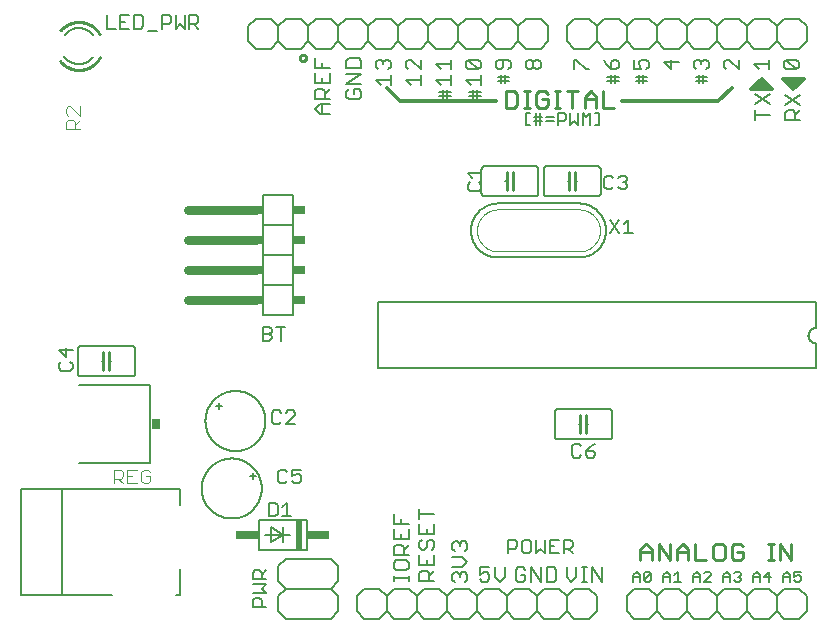
<source format=gto>
G04 EAGLE Gerber X2 export*
%TF.Part,Single*%
%TF.FileFunction,Other,Top Silkscreen*%
%TF.FilePolarity,Positive*%
%TF.GenerationSoftware,Autodesk,EAGLE,9.1.0*%
%TF.CreationDate,2018-12-28T14:05:16Z*%
G75*
%MOMM*%
%FSLAX34Y34*%
%LPD*%
%AMOC8*
5,1,8,0,0,1.08239X$1,22.5*%
G01*
%ADD10C,0.304800*%
%ADD11C,0.254000*%
%ADD12C,0.177800*%
%ADD13C,0.127000*%
%ADD14C,0.152400*%
%ADD15C,0.050800*%
%ADD16C,0.101600*%
%ADD17R,0.508000X2.540000*%
%ADD18R,1.905000X0.762000*%
%ADD19C,0.203200*%
%ADD20R,0.762000X0.863600*%
%ADD21C,0.762000*%
%ADD22R,0.508000X0.762000*%
%ADD23R,1.016000X0.762000*%


D10*
X600710Y461010D02*
X618490Y461010D01*
X609600Y469900D01*
X600710Y461010D01*
X627380Y469900D02*
X645160Y469900D01*
X636270Y461010D02*
X627380Y469900D01*
X636270Y461010D02*
X645160Y469900D01*
X609600Y467360D02*
X604520Y462280D01*
X609600Y467360D02*
X614680Y462280D01*
X607060Y462280D01*
X610870Y464820D01*
X631190Y468630D02*
X641350Y468630D01*
X636270Y463550D01*
X632460Y467360D01*
X637540Y467360D01*
X636270Y466090D02*
X636270Y464820D01*
X384810Y450850D02*
X303530Y450850D01*
X292100Y462280D01*
X491490Y450850D02*
X572770Y450850D01*
X584200Y462280D01*
D11*
X218440Y487680D02*
X218442Y487780D01*
X218448Y487881D01*
X218458Y487980D01*
X218472Y488080D01*
X218489Y488179D01*
X218511Y488277D01*
X218537Y488374D01*
X218566Y488470D01*
X218599Y488564D01*
X218636Y488658D01*
X218676Y488750D01*
X218720Y488840D01*
X218768Y488928D01*
X218819Y489015D01*
X218873Y489099D01*
X218931Y489181D01*
X218992Y489261D01*
X219056Y489338D01*
X219123Y489413D01*
X219193Y489485D01*
X219266Y489554D01*
X219341Y489620D01*
X219419Y489684D01*
X219499Y489744D01*
X219582Y489801D01*
X219667Y489854D01*
X219754Y489904D01*
X219843Y489951D01*
X219933Y489994D01*
X220025Y490034D01*
X220119Y490070D01*
X220214Y490102D01*
X220310Y490130D01*
X220408Y490155D01*
X220506Y490175D01*
X220605Y490192D01*
X220705Y490205D01*
X220804Y490214D01*
X220905Y490219D01*
X221005Y490220D01*
X221105Y490217D01*
X221206Y490210D01*
X221305Y490199D01*
X221405Y490184D01*
X221503Y490166D01*
X221601Y490143D01*
X221698Y490116D01*
X221793Y490086D01*
X221888Y490052D01*
X221981Y490014D01*
X222072Y489973D01*
X222162Y489928D01*
X222250Y489880D01*
X222336Y489828D01*
X222420Y489773D01*
X222501Y489714D01*
X222580Y489652D01*
X222657Y489588D01*
X222731Y489520D01*
X222802Y489449D01*
X222871Y489376D01*
X222936Y489300D01*
X222999Y489221D01*
X223058Y489140D01*
X223114Y489057D01*
X223167Y488972D01*
X223216Y488884D01*
X223262Y488795D01*
X223304Y488704D01*
X223343Y488611D01*
X223378Y488517D01*
X223409Y488422D01*
X223437Y488325D01*
X223460Y488228D01*
X223480Y488129D01*
X223496Y488030D01*
X223508Y487931D01*
X223516Y487830D01*
X223520Y487730D01*
X223520Y487630D01*
X223516Y487530D01*
X223508Y487429D01*
X223496Y487330D01*
X223480Y487231D01*
X223460Y487132D01*
X223437Y487035D01*
X223409Y486938D01*
X223378Y486843D01*
X223343Y486749D01*
X223304Y486656D01*
X223262Y486565D01*
X223216Y486476D01*
X223167Y486388D01*
X223114Y486303D01*
X223058Y486220D01*
X222999Y486139D01*
X222936Y486060D01*
X222871Y485984D01*
X222802Y485911D01*
X222731Y485840D01*
X222657Y485772D01*
X222580Y485708D01*
X222501Y485646D01*
X222420Y485587D01*
X222336Y485532D01*
X222250Y485480D01*
X222162Y485432D01*
X222072Y485387D01*
X221981Y485346D01*
X221888Y485308D01*
X221793Y485274D01*
X221698Y485244D01*
X221601Y485217D01*
X221503Y485194D01*
X221405Y485176D01*
X221305Y485161D01*
X221206Y485150D01*
X221105Y485143D01*
X221005Y485140D01*
X220905Y485141D01*
X220804Y485146D01*
X220705Y485155D01*
X220605Y485168D01*
X220506Y485185D01*
X220408Y485205D01*
X220310Y485230D01*
X220214Y485258D01*
X220119Y485290D01*
X220025Y485326D01*
X219933Y485366D01*
X219843Y485409D01*
X219754Y485456D01*
X219667Y485506D01*
X219582Y485559D01*
X219499Y485616D01*
X219419Y485676D01*
X219341Y485740D01*
X219266Y485806D01*
X219193Y485875D01*
X219123Y485947D01*
X219056Y486022D01*
X218992Y486099D01*
X218931Y486179D01*
X218873Y486261D01*
X218819Y486345D01*
X218768Y486432D01*
X218720Y486520D01*
X218676Y486610D01*
X218636Y486702D01*
X218599Y486796D01*
X218566Y486890D01*
X218537Y486986D01*
X218511Y487083D01*
X218489Y487181D01*
X218472Y487280D01*
X218458Y487380D01*
X218448Y487479D01*
X218442Y487580D01*
X218440Y487680D01*
D12*
X370459Y56526D02*
X378763Y56526D01*
X370459Y56526D02*
X370459Y50297D01*
X374611Y52373D01*
X376687Y52373D01*
X378763Y50297D01*
X378763Y46145D01*
X376687Y44069D01*
X372535Y44069D01*
X370459Y46145D01*
X383556Y48221D02*
X383556Y56526D01*
X383556Y48221D02*
X387708Y44069D01*
X391861Y48221D01*
X391861Y56526D01*
D13*
X500521Y49869D02*
X500521Y43937D01*
X500521Y49869D02*
X503487Y52835D01*
X506453Y49869D01*
X506453Y43937D01*
X506453Y48386D02*
X500521Y48386D01*
X509876Y45420D02*
X509876Y51352D01*
X511359Y52835D01*
X514325Y52835D01*
X515808Y51352D01*
X515808Y45420D01*
X514325Y43937D01*
X511359Y43937D01*
X509876Y45420D01*
X515808Y51352D01*
D11*
X506730Y62230D02*
X506730Y71721D01*
X511475Y76466D01*
X516221Y71721D01*
X516221Y62230D01*
X516221Y69348D02*
X506730Y69348D01*
X522166Y62230D02*
X522166Y76466D01*
X531657Y62230D01*
X531657Y76466D01*
X537602Y71721D02*
X537602Y62230D01*
X537602Y71721D02*
X542348Y76466D01*
X547093Y71721D01*
X547093Y62230D01*
X547093Y69348D02*
X537602Y69348D01*
X553038Y76466D02*
X553038Y62230D01*
X562529Y62230D01*
X570847Y76466D02*
X575592Y76466D01*
X570847Y76466D02*
X568474Y74093D01*
X568474Y64603D01*
X570847Y62230D01*
X575592Y62230D01*
X577965Y64603D01*
X577965Y74093D01*
X575592Y76466D01*
X591028Y76466D02*
X593401Y74093D01*
X591028Y76466D02*
X586283Y76466D01*
X583910Y74093D01*
X583910Y64603D01*
X586283Y62230D01*
X591028Y62230D01*
X593401Y64603D01*
X593401Y69348D01*
X588656Y69348D01*
X614782Y62230D02*
X619528Y62230D01*
X617155Y62230D02*
X617155Y76466D01*
X614782Y76466D02*
X619528Y76466D01*
X625073Y76466D02*
X625073Y62230D01*
X634564Y62230D02*
X625073Y76466D01*
X634564Y76466D02*
X634564Y62230D01*
X392794Y445412D02*
X392794Y459648D01*
X392794Y445412D02*
X399912Y445412D01*
X402285Y447785D01*
X402285Y457275D01*
X399912Y459648D01*
X392794Y459648D01*
X408230Y445412D02*
X412975Y445412D01*
X410603Y445412D02*
X410603Y459648D01*
X412975Y459648D02*
X408230Y459648D01*
X425639Y459648D02*
X428012Y457275D01*
X425639Y459648D02*
X420893Y459648D01*
X418521Y457275D01*
X418521Y447785D01*
X420893Y445412D01*
X425639Y445412D01*
X428012Y447785D01*
X428012Y452530D01*
X423266Y452530D01*
X433957Y445412D02*
X438702Y445412D01*
X436330Y445412D02*
X436330Y459648D01*
X438702Y459648D02*
X433957Y459648D01*
X448993Y459648D02*
X448993Y445412D01*
X444248Y459648D02*
X453738Y459648D01*
X459684Y454903D02*
X459684Y445412D01*
X459684Y454903D02*
X464429Y459648D01*
X469174Y454903D01*
X469174Y445412D01*
X469174Y452530D02*
X459684Y452530D01*
X475120Y459648D02*
X475120Y445412D01*
X484610Y445412D01*
D14*
X243630Y439995D02*
X235156Y439995D01*
X230919Y444232D01*
X235156Y448469D01*
X243630Y448469D01*
X237275Y448469D02*
X237275Y439995D01*
X243630Y453092D02*
X230919Y453092D01*
X230919Y459448D01*
X233038Y461566D01*
X237275Y461566D01*
X239393Y459448D01*
X239393Y453092D01*
X239393Y457329D02*
X243630Y461566D01*
X230919Y466189D02*
X230919Y474663D01*
X230919Y466189D02*
X243630Y466189D01*
X243630Y474663D01*
X237275Y470426D02*
X237275Y466189D01*
X243630Y479287D02*
X230919Y479287D01*
X230919Y487761D01*
X237275Y483524D02*
X237275Y479287D01*
X257481Y459194D02*
X259600Y461312D01*
X257481Y459194D02*
X257481Y454957D01*
X259600Y452838D01*
X268074Y452838D01*
X270192Y454957D01*
X270192Y459194D01*
X268074Y461312D01*
X263837Y461312D01*
X263837Y457075D01*
X270192Y465935D02*
X257481Y465935D01*
X270192Y474409D01*
X257481Y474409D01*
X257481Y479033D02*
X270192Y479033D01*
X270192Y485388D01*
X268074Y487507D01*
X259600Y487507D01*
X257481Y485388D01*
X257481Y479033D01*
X603703Y439461D02*
X616414Y439461D01*
X603703Y435224D02*
X603703Y443698D01*
X603703Y448321D02*
X616414Y456795D01*
X616414Y448321D02*
X603703Y456795D01*
X629147Y435102D02*
X641858Y435102D01*
X629147Y435102D02*
X629147Y441457D01*
X631266Y443576D01*
X635503Y443576D01*
X637621Y441457D01*
X637621Y435102D01*
X637621Y439339D02*
X641858Y443576D01*
X641858Y456673D02*
X629147Y448199D01*
X629147Y456673D02*
X641858Y448199D01*
X331978Y45212D02*
X319267Y45212D01*
X319267Y51567D01*
X321386Y53686D01*
X325623Y53686D01*
X327741Y51567D01*
X327741Y45212D01*
X327741Y49449D02*
X331978Y53686D01*
X319267Y58309D02*
X319267Y66783D01*
X319267Y58309D02*
X331978Y58309D01*
X331978Y66783D01*
X325623Y62546D02*
X325623Y58309D01*
X319267Y77762D02*
X321386Y79880D01*
X319267Y77762D02*
X319267Y73525D01*
X321386Y71407D01*
X323504Y71407D01*
X325623Y73525D01*
X325623Y77762D01*
X327741Y79880D01*
X329860Y79880D01*
X331978Y77762D01*
X331978Y73525D01*
X329860Y71407D01*
X319267Y84504D02*
X319267Y92978D01*
X319267Y84504D02*
X331978Y84504D01*
X331978Y92978D01*
X325623Y88741D02*
X325623Y84504D01*
X331978Y101838D02*
X319267Y101838D01*
X319267Y97601D02*
X319267Y106075D01*
X347207Y46060D02*
X349326Y43942D01*
X347207Y46060D02*
X347207Y50297D01*
X349326Y52416D01*
X351444Y52416D01*
X353563Y50297D01*
X353563Y48179D01*
X353563Y50297D02*
X355681Y52416D01*
X357800Y52416D01*
X359918Y50297D01*
X359918Y46060D01*
X357800Y43942D01*
X355681Y57039D02*
X347207Y57039D01*
X355681Y57039D02*
X359918Y61276D01*
X355681Y65513D01*
X347207Y65513D01*
X349326Y70137D02*
X347207Y72255D01*
X347207Y76492D01*
X349326Y78610D01*
X351444Y78610D01*
X353563Y76492D01*
X353563Y74373D01*
X353563Y76492D02*
X355681Y78610D01*
X357800Y78610D01*
X359918Y76492D01*
X359918Y72255D01*
X357800Y70137D01*
D13*
X525921Y49869D02*
X525921Y43937D01*
X525921Y49869D02*
X528887Y52835D01*
X531853Y49869D01*
X531853Y43937D01*
X531853Y48386D02*
X525921Y48386D01*
X535276Y49869D02*
X538242Y52835D01*
X538242Y43937D01*
X535276Y43937D02*
X541208Y43937D01*
X551321Y43937D02*
X551321Y49869D01*
X554287Y52835D01*
X557253Y49869D01*
X557253Y43937D01*
X557253Y48386D02*
X551321Y48386D01*
X560676Y43937D02*
X566608Y43937D01*
X560676Y43937D02*
X566608Y49869D01*
X566608Y51352D01*
X565125Y52835D01*
X562159Y52835D01*
X560676Y51352D01*
X576721Y49869D02*
X576721Y43937D01*
X576721Y49869D02*
X579687Y52835D01*
X582653Y49869D01*
X582653Y43937D01*
X582653Y48386D02*
X576721Y48386D01*
X586076Y51352D02*
X587559Y52835D01*
X590525Y52835D01*
X592008Y51352D01*
X592008Y49869D01*
X590525Y48386D01*
X589042Y48386D01*
X590525Y48386D02*
X592008Y46903D01*
X592008Y45420D01*
X590525Y43937D01*
X587559Y43937D01*
X586076Y45420D01*
X602121Y43937D02*
X602121Y49869D01*
X605087Y52835D01*
X608053Y49869D01*
X608053Y43937D01*
X608053Y48386D02*
X602121Y48386D01*
X615925Y43937D02*
X615925Y52835D01*
X611476Y48386D01*
X617408Y48386D01*
X627521Y49869D02*
X627521Y43937D01*
X627521Y49869D02*
X630487Y52835D01*
X633453Y49869D01*
X633453Y43937D01*
X633453Y48386D02*
X627521Y48386D01*
X636876Y52835D02*
X642808Y52835D01*
X636876Y52835D02*
X636876Y48386D01*
X639842Y49869D01*
X641325Y49869D01*
X642808Y48386D01*
X642808Y45420D01*
X641325Y43937D01*
X638359Y43937D01*
X636876Y45420D01*
D12*
X444119Y48221D02*
X444119Y56526D01*
X444119Y48221D02*
X448271Y44069D01*
X452423Y48221D01*
X452423Y56526D01*
X457216Y44069D02*
X461368Y44069D01*
X459292Y44069D02*
X459292Y56526D01*
X457216Y56526D02*
X461368Y56526D01*
X465948Y56526D02*
X465948Y44069D01*
X474252Y44069D02*
X465948Y56526D01*
X474252Y56526D02*
X474252Y44069D01*
X409327Y54318D02*
X407251Y56394D01*
X403099Y56394D01*
X401023Y54318D01*
X401023Y46013D01*
X403099Y43937D01*
X407251Y43937D01*
X409327Y46013D01*
X409327Y50165D01*
X405175Y50165D01*
X414120Y43937D02*
X414120Y56394D01*
X422425Y43937D01*
X422425Y56394D01*
X427218Y56394D02*
X427218Y43937D01*
X433446Y43937D01*
X435522Y46013D01*
X435522Y54318D01*
X433446Y56394D01*
X427218Y56394D01*
X286971Y464914D02*
X282818Y469067D01*
X295275Y469067D01*
X295275Y473219D02*
X295275Y464914D01*
X284894Y478012D02*
X282818Y480088D01*
X282818Y484240D01*
X284894Y486316D01*
X286971Y486316D01*
X289047Y484240D01*
X289047Y482164D01*
X289047Y484240D02*
X291123Y486316D01*
X293199Y486316D01*
X295275Y484240D01*
X295275Y480088D01*
X293199Y478012D01*
X308218Y469067D02*
X312371Y464914D01*
X308218Y469067D02*
X320675Y469067D01*
X320675Y473219D02*
X320675Y464914D01*
X320675Y478012D02*
X320675Y486316D01*
X320675Y478012D02*
X312371Y486316D01*
X310294Y486316D01*
X308218Y484240D01*
X308218Y480088D01*
X310294Y478012D01*
X333618Y469067D02*
X337771Y464914D01*
X333618Y469067D02*
X346075Y469067D01*
X346075Y473219D02*
X346075Y464914D01*
X337771Y478012D02*
X333618Y482164D01*
X346075Y482164D01*
X346075Y478012D02*
X346075Y486316D01*
X359018Y469067D02*
X363171Y464914D01*
X359018Y469067D02*
X371475Y469067D01*
X371475Y473219D02*
X371475Y464914D01*
X369399Y478012D02*
X361094Y478012D01*
X359018Y480088D01*
X359018Y484240D01*
X361094Y486316D01*
X369399Y486316D01*
X371475Y484240D01*
X371475Y480088D01*
X369399Y478012D01*
X361094Y486316D01*
X394799Y478012D02*
X396875Y480088D01*
X396875Y484240D01*
X394799Y486316D01*
X386494Y486316D01*
X384418Y484240D01*
X384418Y480088D01*
X386494Y478012D01*
X388571Y478012D01*
X390647Y480088D01*
X390647Y486316D01*
X409818Y480088D02*
X411894Y478012D01*
X409818Y480088D02*
X409818Y484240D01*
X411894Y486316D01*
X413971Y486316D01*
X416047Y484240D01*
X418123Y486316D01*
X420199Y486316D01*
X422275Y484240D01*
X422275Y480088D01*
X420199Y478012D01*
X418123Y478012D01*
X416047Y480088D01*
X413971Y478012D01*
X411894Y478012D01*
X416047Y480088D02*
X416047Y484240D01*
X450458Y486316D02*
X450458Y478012D01*
X450458Y486316D02*
X452534Y486316D01*
X460839Y478012D01*
X462915Y478012D01*
X475858Y486316D02*
X477934Y482164D01*
X482087Y478012D01*
X486239Y478012D01*
X488315Y480088D01*
X488315Y484240D01*
X486239Y486316D01*
X484163Y486316D01*
X482087Y484240D01*
X482087Y478012D01*
X501258Y478012D02*
X501258Y486316D01*
X501258Y478012D02*
X507487Y478012D01*
X505411Y482164D01*
X505411Y484240D01*
X507487Y486316D01*
X511639Y486316D01*
X513715Y484240D01*
X513715Y480088D01*
X511639Y478012D01*
X526658Y484240D02*
X539115Y484240D01*
X532887Y478012D02*
X526658Y484240D01*
X532887Y486316D02*
X532887Y478012D01*
X552058Y480088D02*
X554134Y478012D01*
X552058Y480088D02*
X552058Y484240D01*
X554134Y486316D01*
X556211Y486316D01*
X558287Y484240D01*
X558287Y482164D01*
X558287Y484240D02*
X560363Y486316D01*
X562439Y486316D01*
X564515Y484240D01*
X564515Y480088D01*
X562439Y478012D01*
X589915Y478012D02*
X589915Y486316D01*
X589915Y478012D02*
X581611Y486316D01*
X579534Y486316D01*
X577458Y484240D01*
X577458Y480088D01*
X579534Y478012D01*
X602858Y482164D02*
X607011Y478012D01*
X602858Y482164D02*
X615315Y482164D01*
X615315Y478012D02*
X615315Y486316D01*
X630334Y478012D02*
X638639Y478012D01*
X630334Y478012D02*
X628258Y480088D01*
X628258Y484240D01*
X630334Y486316D01*
X638639Y486316D01*
X640715Y484240D01*
X640715Y480088D01*
X638639Y478012D01*
X630334Y486316D01*
D14*
X412922Y431292D02*
X409702Y431292D01*
X409702Y440952D01*
X412922Y440952D01*
X418173Y440952D02*
X418173Y431292D01*
X421393Y431292D02*
X421393Y440952D01*
X421393Y437732D02*
X416562Y437732D01*
X421393Y437732D02*
X423003Y437732D01*
X423003Y434512D02*
X416562Y434512D01*
X426853Y434512D02*
X433293Y434512D01*
X433293Y437732D02*
X426853Y437732D01*
X437144Y440952D02*
X437144Y431292D01*
X437144Y440952D02*
X441974Y440952D01*
X443584Y439342D01*
X443584Y436122D01*
X441974Y434512D01*
X437144Y434512D01*
X447435Y431292D02*
X447435Y440952D01*
X450655Y434512D02*
X447435Y431292D01*
X450655Y434512D02*
X453875Y431292D01*
X453875Y440952D01*
X457725Y440952D02*
X457725Y431292D01*
X460945Y437732D02*
X457725Y440952D01*
X460945Y437732D02*
X464165Y440952D01*
X464165Y431292D01*
X468016Y431292D02*
X471236Y431292D01*
X471236Y440952D01*
X468016Y440952D01*
X345948Y455762D02*
X336288Y455762D01*
X336288Y458982D02*
X345948Y458982D01*
X339508Y458982D02*
X339508Y454152D01*
X339508Y458982D02*
X339508Y460592D01*
X342728Y460592D02*
X342728Y454152D01*
X361688Y455762D02*
X371348Y455762D01*
X371348Y458982D02*
X361688Y458982D01*
X364908Y458982D02*
X364908Y454152D01*
X364908Y458982D02*
X364908Y460592D01*
X368128Y460592D02*
X368128Y454152D01*
X502658Y468462D02*
X512318Y468462D01*
X512318Y471682D02*
X502658Y471682D01*
X505878Y471682D02*
X505878Y466852D01*
X505878Y471682D02*
X505878Y473292D01*
X509098Y473292D02*
X509098Y466852D01*
X553458Y468462D02*
X563118Y468462D01*
X563118Y471682D02*
X553458Y471682D01*
X556678Y471682D02*
X556678Y466852D01*
X556678Y471682D02*
X556678Y473292D01*
X559898Y473292D02*
X559898Y466852D01*
X488188Y468462D02*
X478528Y468462D01*
X478528Y471682D02*
X488188Y471682D01*
X481748Y471682D02*
X481748Y466852D01*
X481748Y471682D02*
X481748Y473292D01*
X484968Y473292D02*
X484968Y466852D01*
X395478Y468462D02*
X385818Y468462D01*
X385818Y471682D02*
X395478Y471682D01*
X389038Y471682D02*
X389038Y466852D01*
X389038Y471682D02*
X389038Y473292D01*
X392258Y473292D02*
X392258Y466852D01*
X310388Y49449D02*
X310388Y45212D01*
X310388Y47330D02*
X297677Y47330D01*
X297677Y45212D02*
X297677Y49449D01*
X297677Y56062D02*
X297677Y60299D01*
X297677Y56062D02*
X299796Y53944D01*
X308270Y53944D01*
X310388Y56062D01*
X310388Y60299D01*
X308270Y62417D01*
X299796Y62417D01*
X297677Y60299D01*
X297677Y67041D02*
X310388Y67041D01*
X297677Y67041D02*
X297677Y73396D01*
X299796Y75515D01*
X304033Y75515D01*
X306151Y73396D01*
X306151Y67041D01*
X306151Y71278D02*
X310388Y75515D01*
X297677Y80138D02*
X297677Y88612D01*
X297677Y80138D02*
X310388Y80138D01*
X310388Y88612D01*
X304033Y84375D02*
X304033Y80138D01*
X310388Y93235D02*
X297677Y93235D01*
X297677Y101709D01*
X304033Y97472D02*
X304033Y93235D01*
X655320Y259080D02*
X655320Y280670D01*
X655320Y259080D02*
X655162Y259078D01*
X655003Y259072D01*
X654845Y259062D01*
X654688Y259048D01*
X654530Y259031D01*
X654374Y259009D01*
X654217Y258984D01*
X654062Y258954D01*
X653907Y258921D01*
X653753Y258884D01*
X653600Y258843D01*
X653448Y258798D01*
X653298Y258749D01*
X653148Y258697D01*
X653000Y258641D01*
X652853Y258581D01*
X652708Y258518D01*
X652565Y258451D01*
X652423Y258381D01*
X652283Y258307D01*
X652145Y258229D01*
X652009Y258148D01*
X651875Y258064D01*
X651743Y257977D01*
X651613Y257886D01*
X651486Y257792D01*
X651361Y257695D01*
X651238Y257594D01*
X651118Y257491D01*
X651001Y257385D01*
X650886Y257276D01*
X650774Y257164D01*
X650665Y257049D01*
X650559Y256932D01*
X650456Y256812D01*
X650355Y256689D01*
X650258Y256564D01*
X650164Y256437D01*
X650073Y256307D01*
X649986Y256175D01*
X649902Y256041D01*
X649821Y255905D01*
X649743Y255767D01*
X649669Y255627D01*
X649599Y255485D01*
X649532Y255342D01*
X649469Y255197D01*
X649409Y255050D01*
X649353Y254902D01*
X649301Y254752D01*
X649252Y254602D01*
X649207Y254450D01*
X649166Y254297D01*
X649129Y254143D01*
X649096Y253988D01*
X649066Y253833D01*
X649041Y253676D01*
X649019Y253520D01*
X649002Y253362D01*
X648988Y253205D01*
X648978Y253047D01*
X648972Y252888D01*
X648970Y252730D01*
X648972Y252572D01*
X648978Y252413D01*
X648988Y252255D01*
X649002Y252098D01*
X649019Y251940D01*
X649041Y251784D01*
X649066Y251627D01*
X649096Y251472D01*
X649129Y251317D01*
X649166Y251163D01*
X649207Y251010D01*
X649252Y250858D01*
X649301Y250708D01*
X649353Y250558D01*
X649409Y250410D01*
X649469Y250263D01*
X649532Y250118D01*
X649599Y249975D01*
X649669Y249833D01*
X649743Y249693D01*
X649821Y249555D01*
X649902Y249419D01*
X649986Y249285D01*
X650073Y249153D01*
X650164Y249023D01*
X650258Y248896D01*
X650355Y248771D01*
X650456Y248648D01*
X650559Y248528D01*
X650665Y248411D01*
X650774Y248296D01*
X650886Y248184D01*
X651001Y248075D01*
X651118Y247969D01*
X651238Y247866D01*
X651361Y247765D01*
X651486Y247668D01*
X651613Y247574D01*
X651743Y247483D01*
X651875Y247396D01*
X652009Y247312D01*
X652145Y247231D01*
X652283Y247153D01*
X652423Y247079D01*
X652565Y247009D01*
X652708Y246942D01*
X652853Y246879D01*
X653000Y246819D01*
X653148Y246763D01*
X653298Y246711D01*
X653448Y246662D01*
X653600Y246617D01*
X653753Y246576D01*
X653907Y246539D01*
X654062Y246506D01*
X654217Y246476D01*
X654374Y246451D01*
X654530Y246429D01*
X654688Y246412D01*
X654845Y246398D01*
X655003Y246388D01*
X655162Y246382D01*
X655320Y246380D01*
X655320Y280670D02*
X284480Y280670D01*
X655320Y246380D02*
X655320Y224790D01*
X284480Y224790D01*
X284480Y280670D01*
X476250Y495300D02*
X488950Y495300D01*
X476250Y495300D02*
X469900Y501650D01*
X469900Y514350D01*
X476250Y520700D01*
X514350Y495300D02*
X520700Y501650D01*
X514350Y495300D02*
X501650Y495300D01*
X495300Y501650D01*
X495300Y514350D01*
X501650Y520700D01*
X514350Y520700D01*
X520700Y514350D01*
X495300Y501650D02*
X488950Y495300D01*
X495300Y514350D02*
X488950Y520700D01*
X476250Y520700D01*
X552450Y495300D02*
X565150Y495300D01*
X552450Y495300D02*
X546100Y501650D01*
X546100Y514350D01*
X552450Y520700D01*
X546100Y501650D02*
X539750Y495300D01*
X527050Y495300D01*
X520700Y501650D01*
X520700Y514350D01*
X527050Y520700D01*
X539750Y520700D01*
X546100Y514350D01*
X590550Y495300D02*
X596900Y501650D01*
X590550Y495300D02*
X577850Y495300D01*
X571500Y501650D01*
X571500Y514350D01*
X577850Y520700D01*
X590550Y520700D01*
X596900Y514350D01*
X571500Y501650D02*
X565150Y495300D01*
X571500Y514350D02*
X565150Y520700D01*
X552450Y520700D01*
X628650Y495300D02*
X641350Y495300D01*
X628650Y495300D02*
X622300Y501650D01*
X622300Y514350D01*
X628650Y520700D01*
X622300Y501650D02*
X615950Y495300D01*
X603250Y495300D01*
X596900Y501650D01*
X596900Y514350D01*
X603250Y520700D01*
X615950Y520700D01*
X622300Y514350D01*
X647700Y514350D02*
X647700Y501650D01*
X641350Y495300D01*
X647700Y514350D02*
X641350Y520700D01*
X628650Y520700D01*
X463550Y495300D02*
X450850Y495300D01*
X444500Y501650D01*
X444500Y514350D01*
X450850Y520700D01*
X469900Y501650D02*
X463550Y495300D01*
X469900Y514350D02*
X463550Y520700D01*
X450850Y520700D01*
X577850Y38100D02*
X590550Y38100D01*
X596900Y31750D01*
X596900Y19050D01*
X590550Y12700D01*
X596900Y31750D02*
X603250Y38100D01*
X615950Y38100D01*
X622300Y31750D01*
X622300Y19050D01*
X615950Y12700D01*
X603250Y12700D01*
X596900Y19050D01*
X552450Y38100D02*
X546100Y31750D01*
X552450Y38100D02*
X565150Y38100D01*
X571500Y31750D01*
X571500Y19050D01*
X565150Y12700D01*
X552450Y12700D01*
X546100Y19050D01*
X571500Y31750D02*
X577850Y38100D01*
X571500Y19050D02*
X577850Y12700D01*
X590550Y12700D01*
X514350Y38100D02*
X501650Y38100D01*
X514350Y38100D02*
X520700Y31750D01*
X520700Y19050D01*
X514350Y12700D01*
X520700Y31750D02*
X527050Y38100D01*
X539750Y38100D01*
X546100Y31750D01*
X546100Y19050D01*
X539750Y12700D01*
X527050Y12700D01*
X520700Y19050D01*
X495300Y19050D02*
X495300Y31750D01*
X501650Y38100D01*
X495300Y19050D02*
X501650Y12700D01*
X514350Y12700D01*
X628650Y38100D02*
X641350Y38100D01*
X647700Y31750D01*
X647700Y19050D01*
X641350Y12700D01*
X622300Y31750D02*
X628650Y38100D01*
X622300Y19050D02*
X628650Y12700D01*
X641350Y12700D01*
D13*
X116840Y33020D02*
X116840Y55245D01*
X116840Y33020D02*
X113665Y33020D01*
X116840Y109220D02*
X116840Y122936D01*
X16764Y122936D01*
X-18034Y122936D01*
X-18034Y33020D01*
X59690Y33020D01*
X16764Y33274D02*
X16764Y122936D01*
D14*
X425450Y38100D02*
X438150Y38100D01*
X444500Y31750D01*
X444500Y19050D01*
X438150Y12700D01*
X400050Y38100D02*
X393700Y31750D01*
X400050Y38100D02*
X412750Y38100D01*
X419100Y31750D01*
X419100Y19050D01*
X412750Y12700D01*
X400050Y12700D01*
X393700Y19050D01*
X419100Y31750D02*
X425450Y38100D01*
X419100Y19050D02*
X425450Y12700D01*
X438150Y12700D01*
X361950Y38100D02*
X349250Y38100D01*
X361950Y38100D02*
X368300Y31750D01*
X368300Y19050D01*
X361950Y12700D01*
X368300Y31750D02*
X374650Y38100D01*
X387350Y38100D01*
X393700Y31750D01*
X393700Y19050D01*
X387350Y12700D01*
X374650Y12700D01*
X368300Y19050D01*
X323850Y38100D02*
X317500Y31750D01*
X323850Y38100D02*
X336550Y38100D01*
X342900Y31750D01*
X342900Y19050D01*
X336550Y12700D01*
X323850Y12700D01*
X317500Y19050D01*
X342900Y31750D02*
X349250Y38100D01*
X342900Y19050D02*
X349250Y12700D01*
X361950Y12700D01*
X285750Y38100D02*
X273050Y38100D01*
X285750Y38100D02*
X292100Y31750D01*
X292100Y19050D01*
X285750Y12700D01*
X292100Y31750D02*
X298450Y38100D01*
X311150Y38100D01*
X317500Y31750D01*
X317500Y19050D01*
X311150Y12700D01*
X298450Y12700D01*
X292100Y19050D01*
X266700Y19050D02*
X266700Y31750D01*
X273050Y38100D01*
X266700Y19050D02*
X273050Y12700D01*
X285750Y12700D01*
X450850Y38100D02*
X463550Y38100D01*
X469900Y31750D01*
X469900Y19050D01*
X463550Y12700D01*
X444500Y31750D02*
X450850Y38100D01*
X444500Y19050D02*
X450850Y12700D01*
X463550Y12700D01*
D13*
X394843Y68453D02*
X394843Y79893D01*
X400563Y79893D01*
X402470Y77986D01*
X402470Y74173D01*
X400563Y72266D01*
X394843Y72266D01*
X408444Y79893D02*
X412257Y79893D01*
X408444Y79893D02*
X406537Y77986D01*
X406537Y70360D01*
X408444Y68453D01*
X412257Y68453D01*
X414163Y70360D01*
X414163Y77986D01*
X412257Y79893D01*
X418231Y79893D02*
X418231Y68453D01*
X422044Y72266D01*
X425857Y68453D01*
X425857Y79893D01*
X429925Y79893D02*
X437551Y79893D01*
X429925Y79893D02*
X429925Y68453D01*
X437551Y68453D01*
X433738Y74173D02*
X429925Y74173D01*
X441619Y68453D02*
X441619Y79893D01*
X447339Y79893D01*
X449245Y77986D01*
X449245Y74173D01*
X447339Y72266D01*
X441619Y72266D01*
X445432Y72266D02*
X449245Y68453D01*
D14*
X454660Y364490D02*
X386080Y364490D01*
X386080Y318770D02*
X454660Y318770D01*
D15*
X454660Y359410D02*
X386080Y359410D01*
X386080Y323850D02*
X454660Y323850D01*
X386080Y323850D02*
X385647Y323855D01*
X385214Y323871D01*
X384782Y323897D01*
X384351Y323934D01*
X383920Y323982D01*
X383491Y324039D01*
X383064Y324108D01*
X382638Y324186D01*
X382214Y324275D01*
X381793Y324375D01*
X381374Y324484D01*
X380958Y324604D01*
X380545Y324734D01*
X380135Y324873D01*
X379728Y325023D01*
X379326Y325183D01*
X378927Y325352D01*
X378533Y325531D01*
X378143Y325720D01*
X377758Y325918D01*
X377378Y326125D01*
X377003Y326341D01*
X376634Y326567D01*
X376270Y326802D01*
X375911Y327045D01*
X375559Y327297D01*
X375213Y327557D01*
X374874Y327826D01*
X374541Y328103D01*
X374215Y328388D01*
X373896Y328681D01*
X373584Y328981D01*
X373280Y329289D01*
X372983Y329605D01*
X372694Y329927D01*
X372413Y330257D01*
X372141Y330593D01*
X371876Y330935D01*
X371620Y331285D01*
X371372Y331640D01*
X371133Y332001D01*
X370903Y332368D01*
X370682Y332740D01*
X370470Y333118D01*
X370267Y333500D01*
X370074Y333888D01*
X369890Y334280D01*
X369716Y334676D01*
X369552Y335077D01*
X369397Y335481D01*
X369252Y335889D01*
X369117Y336301D01*
X368993Y336715D01*
X368878Y337133D01*
X368774Y337553D01*
X368680Y337976D01*
X368596Y338400D01*
X368522Y338827D01*
X368459Y339256D01*
X368407Y339685D01*
X368365Y340116D01*
X368333Y340548D01*
X368312Y340981D01*
X368301Y341414D01*
X368301Y341846D01*
X368312Y342279D01*
X368333Y342712D01*
X368365Y343144D01*
X368407Y343575D01*
X368459Y344004D01*
X368522Y344433D01*
X368596Y344860D01*
X368680Y345284D01*
X368774Y345707D01*
X368878Y346127D01*
X368993Y346545D01*
X369117Y346959D01*
X369252Y347371D01*
X369397Y347779D01*
X369552Y348183D01*
X369716Y348584D01*
X369890Y348980D01*
X370074Y349372D01*
X370267Y349760D01*
X370470Y350142D01*
X370682Y350520D01*
X370903Y350892D01*
X371133Y351259D01*
X371372Y351620D01*
X371620Y351975D01*
X371876Y352325D01*
X372141Y352667D01*
X372413Y353003D01*
X372694Y353333D01*
X372983Y353655D01*
X373280Y353971D01*
X373584Y354279D01*
X373896Y354579D01*
X374215Y354872D01*
X374541Y355157D01*
X374874Y355434D01*
X375213Y355703D01*
X375559Y355963D01*
X375911Y356215D01*
X376270Y356458D01*
X376634Y356693D01*
X377003Y356919D01*
X377378Y357135D01*
X377758Y357342D01*
X378143Y357540D01*
X378533Y357729D01*
X378927Y357908D01*
X379326Y358077D01*
X379728Y358237D01*
X380135Y358387D01*
X380545Y358526D01*
X380958Y358656D01*
X381374Y358776D01*
X381793Y358885D01*
X382214Y358985D01*
X382638Y359074D01*
X383064Y359152D01*
X383491Y359221D01*
X383920Y359278D01*
X384351Y359326D01*
X384782Y359363D01*
X385214Y359389D01*
X385647Y359405D01*
X386080Y359410D01*
D14*
X386080Y364490D02*
X385523Y364483D01*
X384967Y364463D01*
X384411Y364429D01*
X383857Y364382D01*
X383303Y364321D01*
X382752Y364246D01*
X382202Y364159D01*
X381654Y364058D01*
X381110Y363943D01*
X380568Y363815D01*
X380029Y363675D01*
X379494Y363521D01*
X378963Y363354D01*
X378436Y363174D01*
X377914Y362982D01*
X377396Y362776D01*
X376884Y362559D01*
X376377Y362329D01*
X375876Y362086D01*
X375381Y361832D01*
X374892Y361565D01*
X374410Y361287D01*
X373935Y360997D01*
X373467Y360695D01*
X373006Y360382D01*
X372553Y360058D01*
X372109Y359724D01*
X371672Y359378D01*
X371244Y359022D01*
X370825Y358655D01*
X370415Y358279D01*
X370014Y357893D01*
X369623Y357497D01*
X369242Y357091D01*
X368870Y356676D01*
X368509Y356253D01*
X368158Y355821D01*
X367818Y355380D01*
X367488Y354931D01*
X367170Y354475D01*
X366863Y354010D01*
X366567Y353539D01*
X366283Y353060D01*
X366010Y352575D01*
X365750Y352083D01*
X365501Y351584D01*
X365265Y351080D01*
X365041Y350571D01*
X364829Y350056D01*
X364631Y349536D01*
X364444Y349011D01*
X364271Y348482D01*
X364111Y347949D01*
X363963Y347412D01*
X363829Y346872D01*
X363708Y346328D01*
X363600Y345782D01*
X363506Y345234D01*
X363425Y344683D01*
X363357Y344130D01*
X363303Y343576D01*
X363262Y343021D01*
X363235Y342465D01*
X363222Y341908D01*
X363222Y341352D01*
X363235Y340795D01*
X363262Y340239D01*
X363303Y339684D01*
X363357Y339130D01*
X363425Y338577D01*
X363506Y338026D01*
X363600Y337478D01*
X363708Y336932D01*
X363829Y336388D01*
X363963Y335848D01*
X364111Y335311D01*
X364271Y334778D01*
X364444Y334249D01*
X364631Y333724D01*
X364829Y333204D01*
X365041Y332689D01*
X365265Y332180D01*
X365501Y331676D01*
X365750Y331177D01*
X366010Y330685D01*
X366283Y330200D01*
X366567Y329721D01*
X366863Y329250D01*
X367170Y328785D01*
X367488Y328329D01*
X367818Y327880D01*
X368158Y327439D01*
X368509Y327007D01*
X368870Y326584D01*
X369242Y326169D01*
X369623Y325763D01*
X370014Y325367D01*
X370415Y324981D01*
X370825Y324605D01*
X371244Y324238D01*
X371672Y323882D01*
X372109Y323536D01*
X372553Y323202D01*
X373006Y322878D01*
X373467Y322565D01*
X373935Y322263D01*
X374410Y321973D01*
X374892Y321695D01*
X375381Y321428D01*
X375876Y321174D01*
X376377Y320931D01*
X376884Y320701D01*
X377396Y320484D01*
X377914Y320278D01*
X378436Y320086D01*
X378963Y319906D01*
X379494Y319739D01*
X380029Y319585D01*
X380568Y319445D01*
X381110Y319317D01*
X381654Y319202D01*
X382202Y319101D01*
X382752Y319014D01*
X383303Y318939D01*
X383857Y318878D01*
X384411Y318831D01*
X384967Y318797D01*
X385523Y318777D01*
X386080Y318770D01*
X454660Y318770D02*
X455217Y318777D01*
X455773Y318797D01*
X456329Y318831D01*
X456883Y318878D01*
X457437Y318939D01*
X457988Y319014D01*
X458538Y319101D01*
X459086Y319202D01*
X459630Y319317D01*
X460172Y319445D01*
X460711Y319585D01*
X461246Y319739D01*
X461777Y319906D01*
X462304Y320086D01*
X462826Y320278D01*
X463344Y320484D01*
X463856Y320701D01*
X464363Y320931D01*
X464864Y321174D01*
X465359Y321428D01*
X465848Y321695D01*
X466330Y321973D01*
X466805Y322263D01*
X467273Y322565D01*
X467734Y322878D01*
X468187Y323202D01*
X468631Y323536D01*
X469068Y323882D01*
X469496Y324238D01*
X469915Y324605D01*
X470325Y324981D01*
X470726Y325367D01*
X471117Y325763D01*
X471498Y326169D01*
X471870Y326584D01*
X472231Y327007D01*
X472582Y327439D01*
X472922Y327880D01*
X473252Y328329D01*
X473570Y328785D01*
X473877Y329250D01*
X474173Y329721D01*
X474457Y330200D01*
X474730Y330685D01*
X474990Y331177D01*
X475239Y331676D01*
X475475Y332180D01*
X475699Y332689D01*
X475911Y333204D01*
X476109Y333724D01*
X476296Y334249D01*
X476469Y334778D01*
X476629Y335311D01*
X476777Y335848D01*
X476911Y336388D01*
X477032Y336932D01*
X477140Y337478D01*
X477234Y338026D01*
X477315Y338577D01*
X477383Y339130D01*
X477437Y339684D01*
X477478Y340239D01*
X477505Y340795D01*
X477518Y341352D01*
X477518Y341908D01*
X477505Y342465D01*
X477478Y343021D01*
X477437Y343576D01*
X477383Y344130D01*
X477315Y344683D01*
X477234Y345234D01*
X477140Y345782D01*
X477032Y346328D01*
X476911Y346872D01*
X476777Y347412D01*
X476629Y347949D01*
X476469Y348482D01*
X476296Y349011D01*
X476109Y349536D01*
X475911Y350056D01*
X475699Y350571D01*
X475475Y351080D01*
X475239Y351584D01*
X474990Y352083D01*
X474730Y352575D01*
X474457Y353060D01*
X474173Y353539D01*
X473877Y354010D01*
X473570Y354475D01*
X473252Y354931D01*
X472922Y355380D01*
X472582Y355821D01*
X472231Y356253D01*
X471870Y356676D01*
X471498Y357091D01*
X471117Y357497D01*
X470726Y357893D01*
X470325Y358279D01*
X469915Y358655D01*
X469496Y359022D01*
X469068Y359378D01*
X468631Y359724D01*
X468187Y360058D01*
X467734Y360382D01*
X467273Y360695D01*
X466805Y360997D01*
X466330Y361287D01*
X465848Y361565D01*
X465359Y361832D01*
X464864Y362086D01*
X464363Y362329D01*
X463856Y362559D01*
X463344Y362776D01*
X462826Y362982D01*
X462304Y363174D01*
X461777Y363354D01*
X461246Y363521D01*
X460711Y363675D01*
X460172Y363815D01*
X459630Y363943D01*
X459086Y364058D01*
X458538Y364159D01*
X457988Y364246D01*
X457437Y364321D01*
X456883Y364382D01*
X456329Y364429D01*
X455773Y364463D01*
X455217Y364483D01*
X454660Y364490D01*
D15*
X454660Y359410D02*
X455093Y359405D01*
X455526Y359389D01*
X455958Y359363D01*
X456389Y359326D01*
X456820Y359278D01*
X457249Y359221D01*
X457676Y359152D01*
X458102Y359074D01*
X458526Y358985D01*
X458947Y358885D01*
X459366Y358776D01*
X459782Y358656D01*
X460195Y358526D01*
X460605Y358387D01*
X461012Y358237D01*
X461414Y358077D01*
X461813Y357908D01*
X462207Y357729D01*
X462597Y357540D01*
X462982Y357342D01*
X463362Y357135D01*
X463737Y356919D01*
X464106Y356693D01*
X464470Y356458D01*
X464829Y356215D01*
X465181Y355963D01*
X465527Y355703D01*
X465866Y355434D01*
X466199Y355157D01*
X466525Y354872D01*
X466844Y354579D01*
X467156Y354279D01*
X467460Y353971D01*
X467757Y353655D01*
X468046Y353333D01*
X468327Y353003D01*
X468599Y352667D01*
X468864Y352325D01*
X469120Y351975D01*
X469368Y351620D01*
X469607Y351259D01*
X469837Y350892D01*
X470058Y350520D01*
X470270Y350142D01*
X470473Y349760D01*
X470666Y349372D01*
X470850Y348980D01*
X471024Y348584D01*
X471188Y348183D01*
X471343Y347779D01*
X471488Y347371D01*
X471623Y346959D01*
X471747Y346545D01*
X471862Y346127D01*
X471966Y345707D01*
X472060Y345284D01*
X472144Y344860D01*
X472218Y344433D01*
X472281Y344004D01*
X472333Y343575D01*
X472375Y343144D01*
X472407Y342712D01*
X472428Y342279D01*
X472439Y341846D01*
X472439Y341414D01*
X472428Y340981D01*
X472407Y340548D01*
X472375Y340116D01*
X472333Y339685D01*
X472281Y339256D01*
X472218Y338827D01*
X472144Y338400D01*
X472060Y337976D01*
X471966Y337553D01*
X471862Y337133D01*
X471747Y336715D01*
X471623Y336301D01*
X471488Y335889D01*
X471343Y335481D01*
X471188Y335077D01*
X471024Y334676D01*
X470850Y334280D01*
X470666Y333888D01*
X470473Y333500D01*
X470270Y333118D01*
X470058Y332740D01*
X469837Y332368D01*
X469607Y332001D01*
X469368Y331640D01*
X469120Y331285D01*
X468864Y330935D01*
X468599Y330593D01*
X468327Y330257D01*
X468046Y329927D01*
X467757Y329605D01*
X467460Y329289D01*
X467156Y328981D01*
X466844Y328681D01*
X466525Y328388D01*
X466199Y328103D01*
X465866Y327826D01*
X465527Y327557D01*
X465181Y327297D01*
X464829Y327045D01*
X464470Y326802D01*
X464106Y326567D01*
X463737Y326341D01*
X463362Y326125D01*
X462982Y325918D01*
X462597Y325720D01*
X462207Y325531D01*
X461813Y325352D01*
X461414Y325183D01*
X461012Y325023D01*
X460605Y324873D01*
X460195Y324734D01*
X459782Y324604D01*
X459366Y324484D01*
X458947Y324375D01*
X458526Y324275D01*
X458102Y324186D01*
X457676Y324108D01*
X457249Y324039D01*
X456820Y323982D01*
X456389Y323934D01*
X455958Y323897D01*
X455526Y323871D01*
X455093Y323855D01*
X454660Y323850D01*
D13*
X488429Y339090D02*
X480802Y350530D01*
X488429Y350530D02*
X480802Y339090D01*
X492496Y346717D02*
X496309Y350530D01*
X496309Y339090D01*
X492496Y339090D02*
X500123Y339090D01*
D14*
X417830Y370840D02*
X374650Y370840D01*
X374650Y396240D02*
X417830Y396240D01*
X372110Y393700D02*
X372110Y373380D01*
X420370Y373380D02*
X420370Y393700D01*
X374650Y370840D02*
X374550Y370842D01*
X374451Y370848D01*
X374351Y370858D01*
X374253Y370871D01*
X374154Y370889D01*
X374057Y370910D01*
X373961Y370935D01*
X373865Y370964D01*
X373771Y370997D01*
X373678Y371033D01*
X373587Y371073D01*
X373497Y371117D01*
X373409Y371164D01*
X373323Y371214D01*
X373239Y371268D01*
X373157Y371325D01*
X373078Y371385D01*
X373000Y371449D01*
X372926Y371515D01*
X372854Y371584D01*
X372785Y371656D01*
X372719Y371730D01*
X372655Y371808D01*
X372595Y371887D01*
X372538Y371969D01*
X372484Y372053D01*
X372434Y372139D01*
X372387Y372227D01*
X372343Y372317D01*
X372303Y372408D01*
X372267Y372501D01*
X372234Y372595D01*
X372205Y372691D01*
X372180Y372787D01*
X372159Y372884D01*
X372141Y372983D01*
X372128Y373081D01*
X372118Y373181D01*
X372112Y373280D01*
X372110Y373380D01*
X417830Y370840D02*
X417930Y370842D01*
X418029Y370848D01*
X418129Y370858D01*
X418227Y370871D01*
X418326Y370889D01*
X418423Y370910D01*
X418519Y370935D01*
X418615Y370964D01*
X418709Y370997D01*
X418802Y371033D01*
X418893Y371073D01*
X418983Y371117D01*
X419071Y371164D01*
X419157Y371214D01*
X419241Y371268D01*
X419323Y371325D01*
X419402Y371385D01*
X419480Y371449D01*
X419554Y371515D01*
X419626Y371584D01*
X419695Y371656D01*
X419761Y371730D01*
X419825Y371808D01*
X419885Y371887D01*
X419942Y371969D01*
X419996Y372053D01*
X420046Y372139D01*
X420093Y372227D01*
X420137Y372317D01*
X420177Y372408D01*
X420213Y372501D01*
X420246Y372595D01*
X420275Y372691D01*
X420300Y372787D01*
X420321Y372884D01*
X420339Y372983D01*
X420352Y373081D01*
X420362Y373181D01*
X420368Y373280D01*
X420370Y373380D01*
X374650Y396240D02*
X374550Y396238D01*
X374451Y396232D01*
X374351Y396222D01*
X374253Y396209D01*
X374154Y396191D01*
X374057Y396170D01*
X373961Y396145D01*
X373865Y396116D01*
X373771Y396083D01*
X373678Y396047D01*
X373587Y396007D01*
X373497Y395963D01*
X373409Y395916D01*
X373323Y395866D01*
X373239Y395812D01*
X373157Y395755D01*
X373078Y395695D01*
X373000Y395631D01*
X372926Y395565D01*
X372854Y395496D01*
X372785Y395424D01*
X372719Y395350D01*
X372655Y395272D01*
X372595Y395193D01*
X372538Y395111D01*
X372484Y395027D01*
X372434Y394941D01*
X372387Y394853D01*
X372343Y394763D01*
X372303Y394672D01*
X372267Y394579D01*
X372234Y394485D01*
X372205Y394389D01*
X372180Y394293D01*
X372159Y394196D01*
X372141Y394097D01*
X372128Y393999D01*
X372118Y393899D01*
X372112Y393800D01*
X372110Y393700D01*
X417830Y396240D02*
X417930Y396238D01*
X418029Y396232D01*
X418129Y396222D01*
X418227Y396209D01*
X418326Y396191D01*
X418423Y396170D01*
X418519Y396145D01*
X418615Y396116D01*
X418709Y396083D01*
X418802Y396047D01*
X418893Y396007D01*
X418983Y395963D01*
X419071Y395916D01*
X419157Y395866D01*
X419241Y395812D01*
X419323Y395755D01*
X419402Y395695D01*
X419480Y395631D01*
X419554Y395565D01*
X419626Y395496D01*
X419695Y395424D01*
X419761Y395350D01*
X419825Y395272D01*
X419885Y395193D01*
X419942Y395111D01*
X419996Y395027D01*
X420046Y394941D01*
X420093Y394853D01*
X420137Y394763D01*
X420177Y394672D01*
X420213Y394579D01*
X420246Y394485D01*
X420275Y394389D01*
X420300Y394293D01*
X420321Y394196D01*
X420339Y394097D01*
X420352Y393999D01*
X420362Y393899D01*
X420368Y393800D01*
X420370Y393700D01*
X393700Y383540D02*
X392430Y383540D01*
D11*
X393700Y383540D02*
X393700Y375920D01*
X393700Y383540D02*
X393700Y391160D01*
X398780Y383540D02*
X398780Y375920D01*
X398780Y383540D02*
X398780Y391160D01*
D14*
X398780Y383540D02*
X400050Y383540D01*
D13*
X362577Y382277D02*
X360670Y380370D01*
X360670Y376557D01*
X362577Y374650D01*
X370203Y374650D01*
X372110Y376557D01*
X372110Y380370D01*
X370203Y382277D01*
X364484Y386344D02*
X360670Y390157D01*
X372110Y390157D01*
X372110Y386344D02*
X372110Y393970D01*
D14*
X427355Y396240D02*
X470535Y396240D01*
X470535Y370840D02*
X427355Y370840D01*
X473075Y373380D02*
X473075Y393700D01*
X424815Y393700D02*
X424815Y373380D01*
X470535Y396240D02*
X470635Y396238D01*
X470734Y396232D01*
X470834Y396222D01*
X470932Y396209D01*
X471031Y396191D01*
X471128Y396170D01*
X471224Y396145D01*
X471320Y396116D01*
X471414Y396083D01*
X471507Y396047D01*
X471598Y396007D01*
X471688Y395963D01*
X471776Y395916D01*
X471862Y395866D01*
X471946Y395812D01*
X472028Y395755D01*
X472107Y395695D01*
X472185Y395631D01*
X472259Y395565D01*
X472331Y395496D01*
X472400Y395424D01*
X472466Y395350D01*
X472530Y395272D01*
X472590Y395193D01*
X472647Y395111D01*
X472701Y395027D01*
X472751Y394941D01*
X472798Y394853D01*
X472842Y394763D01*
X472882Y394672D01*
X472918Y394579D01*
X472951Y394485D01*
X472980Y394389D01*
X473005Y394293D01*
X473026Y394196D01*
X473044Y394097D01*
X473057Y393999D01*
X473067Y393899D01*
X473073Y393800D01*
X473075Y393700D01*
X427355Y396240D02*
X427255Y396238D01*
X427156Y396232D01*
X427056Y396222D01*
X426958Y396209D01*
X426859Y396191D01*
X426762Y396170D01*
X426666Y396145D01*
X426570Y396116D01*
X426476Y396083D01*
X426383Y396047D01*
X426292Y396007D01*
X426202Y395963D01*
X426114Y395916D01*
X426028Y395866D01*
X425944Y395812D01*
X425862Y395755D01*
X425783Y395695D01*
X425705Y395631D01*
X425631Y395565D01*
X425559Y395496D01*
X425490Y395424D01*
X425424Y395350D01*
X425360Y395272D01*
X425300Y395193D01*
X425243Y395111D01*
X425189Y395027D01*
X425139Y394941D01*
X425092Y394853D01*
X425048Y394763D01*
X425008Y394672D01*
X424972Y394579D01*
X424939Y394485D01*
X424910Y394389D01*
X424885Y394293D01*
X424864Y394196D01*
X424846Y394097D01*
X424833Y393999D01*
X424823Y393899D01*
X424817Y393800D01*
X424815Y393700D01*
X470535Y370840D02*
X470635Y370842D01*
X470734Y370848D01*
X470834Y370858D01*
X470932Y370871D01*
X471031Y370889D01*
X471128Y370910D01*
X471224Y370935D01*
X471320Y370964D01*
X471414Y370997D01*
X471507Y371033D01*
X471598Y371073D01*
X471688Y371117D01*
X471776Y371164D01*
X471862Y371214D01*
X471946Y371268D01*
X472028Y371325D01*
X472107Y371385D01*
X472185Y371449D01*
X472259Y371515D01*
X472331Y371584D01*
X472400Y371656D01*
X472466Y371730D01*
X472530Y371808D01*
X472590Y371887D01*
X472647Y371969D01*
X472701Y372053D01*
X472751Y372139D01*
X472798Y372227D01*
X472842Y372317D01*
X472882Y372408D01*
X472918Y372501D01*
X472951Y372595D01*
X472980Y372691D01*
X473005Y372787D01*
X473026Y372884D01*
X473044Y372983D01*
X473057Y373081D01*
X473067Y373181D01*
X473073Y373280D01*
X473075Y373380D01*
X427355Y370840D02*
X427255Y370842D01*
X427156Y370848D01*
X427056Y370858D01*
X426958Y370871D01*
X426859Y370889D01*
X426762Y370910D01*
X426666Y370935D01*
X426570Y370964D01*
X426476Y370997D01*
X426383Y371033D01*
X426292Y371073D01*
X426202Y371117D01*
X426114Y371164D01*
X426028Y371214D01*
X425944Y371268D01*
X425862Y371325D01*
X425783Y371385D01*
X425705Y371449D01*
X425631Y371515D01*
X425559Y371584D01*
X425490Y371656D01*
X425424Y371730D01*
X425360Y371808D01*
X425300Y371887D01*
X425243Y371969D01*
X425189Y372053D01*
X425139Y372139D01*
X425092Y372227D01*
X425048Y372317D01*
X425008Y372408D01*
X424972Y372501D01*
X424939Y372595D01*
X424910Y372691D01*
X424885Y372787D01*
X424864Y372884D01*
X424846Y372983D01*
X424833Y373081D01*
X424823Y373181D01*
X424817Y373280D01*
X424815Y373380D01*
X451485Y383540D02*
X452755Y383540D01*
D11*
X451485Y383540D02*
X451485Y391160D01*
X451485Y383540D02*
X451485Y375920D01*
X446405Y383540D02*
X446405Y391160D01*
X446405Y383540D02*
X446405Y375920D01*
D14*
X446405Y383540D02*
X445135Y383540D01*
D13*
X481970Y387995D02*
X483877Y386088D01*
X481970Y387995D02*
X478157Y387995D01*
X476250Y386088D01*
X476250Y378462D01*
X478157Y376555D01*
X481970Y376555D01*
X483877Y378462D01*
X487944Y386088D02*
X489851Y387995D01*
X493664Y387995D01*
X495570Y386088D01*
X495570Y384182D01*
X493664Y382275D01*
X491757Y382275D01*
X493664Y382275D02*
X495570Y380368D01*
X495570Y378462D01*
X493664Y376555D01*
X489851Y376555D01*
X487944Y378462D01*
D16*
X31877Y427228D02*
X20183Y427228D01*
X20183Y433075D01*
X22132Y435024D01*
X26030Y435024D01*
X27979Y433075D01*
X27979Y427228D01*
X27979Y431126D02*
X31877Y435024D01*
X31877Y438922D02*
X31877Y446718D01*
X31877Y438922D02*
X24081Y446718D01*
X22132Y446718D01*
X20183Y444769D01*
X20183Y440871D01*
X22132Y438922D01*
D14*
X31115Y482600D02*
X30743Y482605D01*
X30372Y482618D01*
X30001Y482641D01*
X29631Y482672D01*
X29262Y482713D01*
X28894Y482763D01*
X28527Y482821D01*
X28162Y482889D01*
X27798Y482965D01*
X27437Y483050D01*
X27078Y483145D01*
X26721Y483247D01*
X26366Y483359D01*
X26015Y483479D01*
X25666Y483607D01*
X25321Y483744D01*
X24979Y483890D01*
X24641Y484043D01*
X24307Y484205D01*
X23977Y484375D01*
X23651Y484553D01*
X23329Y484739D01*
X23012Y484933D01*
X22700Y485134D01*
X22393Y485343D01*
X22091Y485559D01*
X21794Y485783D01*
X21503Y486013D01*
X21218Y486251D01*
X20938Y486496D01*
X20665Y486747D01*
X20398Y487005D01*
X20137Y487269D01*
X19882Y487540D01*
X19635Y487817D01*
X19394Y488100D01*
X19160Y488388D01*
X18933Y488682D01*
X18714Y488982D01*
X31115Y482600D02*
X31487Y482605D01*
X31858Y482618D01*
X32230Y482641D01*
X32600Y482673D01*
X32970Y482713D01*
X33338Y482763D01*
X33706Y482822D01*
X34071Y482889D01*
X34435Y482966D01*
X34797Y483052D01*
X35157Y483146D01*
X35514Y483249D01*
X35869Y483360D01*
X36221Y483481D01*
X36570Y483610D01*
X36915Y483747D01*
X37257Y483893D01*
X37596Y484047D01*
X37931Y484209D01*
X38261Y484379D01*
X38587Y484558D01*
X38909Y484744D01*
X39227Y484938D01*
X39539Y485140D01*
X39846Y485349D01*
X40148Y485566D01*
X40445Y485790D01*
X40737Y486021D01*
X41022Y486259D01*
X41302Y486505D01*
X41575Y486757D01*
X41843Y487015D01*
X42103Y487280D01*
X42358Y487551D01*
X42606Y487829D01*
X42846Y488112D01*
X43080Y488401D01*
X43307Y488696D01*
X31115Y513080D02*
X30750Y513076D01*
X30385Y513063D01*
X30021Y513041D01*
X29658Y513010D01*
X29295Y512971D01*
X28933Y512923D01*
X28573Y512866D01*
X28214Y512801D01*
X27856Y512728D01*
X27501Y512645D01*
X27148Y512555D01*
X26796Y512455D01*
X26448Y512348D01*
X26102Y512232D01*
X25759Y512108D01*
X25419Y511975D01*
X25082Y511835D01*
X24749Y511687D01*
X24419Y511530D01*
X24093Y511366D01*
X23771Y511194D01*
X23454Y511014D01*
X23141Y510827D01*
X22832Y510633D01*
X22528Y510431D01*
X22229Y510221D01*
X21935Y510005D01*
X21647Y509782D01*
X21364Y509552D01*
X21086Y509315D01*
X20814Y509072D01*
X20548Y508822D01*
X20288Y508566D01*
X20035Y508303D01*
X19787Y508035D01*
X19547Y507761D01*
X19312Y507481D01*
X19085Y507196D01*
X31115Y513080D02*
X31480Y513076D01*
X31845Y513063D01*
X32209Y513041D01*
X32572Y513010D01*
X32935Y512971D01*
X33297Y512923D01*
X33657Y512866D01*
X34016Y512801D01*
X34374Y512728D01*
X34729Y512645D01*
X35082Y512555D01*
X35434Y512455D01*
X35782Y512348D01*
X36128Y512232D01*
X36471Y512108D01*
X36811Y511975D01*
X37148Y511835D01*
X37481Y511687D01*
X37811Y511530D01*
X38137Y511366D01*
X38459Y511194D01*
X38776Y511014D01*
X39089Y510827D01*
X39398Y510633D01*
X39702Y510431D01*
X40001Y510221D01*
X40295Y510005D01*
X40583Y509782D01*
X40866Y509552D01*
X41144Y509315D01*
X41416Y509072D01*
X41682Y508822D01*
X41942Y508566D01*
X42195Y508303D01*
X42443Y508035D01*
X42683Y507761D01*
X42918Y507481D01*
X43145Y507196D01*
D11*
X31115Y477520D02*
X30621Y477526D01*
X30127Y477544D01*
X29633Y477574D01*
X29140Y477616D01*
X28649Y477670D01*
X28159Y477736D01*
X27671Y477814D01*
X27184Y477904D01*
X26700Y478005D01*
X26219Y478119D01*
X25741Y478244D01*
X25265Y478380D01*
X24794Y478528D01*
X24326Y478688D01*
X23862Y478859D01*
X23402Y479041D01*
X22947Y479234D01*
X22496Y479438D01*
X22051Y479653D01*
X21611Y479879D01*
X21177Y480116D01*
X20749Y480363D01*
X20327Y480620D01*
X19911Y480888D01*
X19502Y481166D01*
X19100Y481453D01*
X18704Y481750D01*
X18317Y482057D01*
X17936Y482373D01*
X17564Y482698D01*
X17199Y483033D01*
X16843Y483376D01*
X16496Y483727D01*
X16156Y484087D01*
X15826Y484455D01*
X15505Y484831D01*
X31115Y477520D02*
X31603Y477526D01*
X32090Y477543D01*
X32577Y477573D01*
X33064Y477614D01*
X33549Y477666D01*
X34033Y477731D01*
X34515Y477807D01*
X34995Y477894D01*
X35473Y477993D01*
X35948Y478103D01*
X36421Y478225D01*
X36890Y478358D01*
X37357Y478503D01*
X37819Y478658D01*
X38278Y478825D01*
X38733Y479002D01*
X39183Y479191D01*
X39628Y479390D01*
X40069Y479600D01*
X40505Y479820D01*
X40935Y480051D01*
X41359Y480292D01*
X41777Y480543D01*
X42190Y480804D01*
X42596Y481075D01*
X42995Y481355D01*
X43388Y481645D01*
X43773Y481945D01*
X44151Y482254D01*
X44522Y482571D01*
X44884Y482898D01*
X45239Y483233D01*
X45586Y483576D01*
X45924Y483928D01*
X46254Y484287D01*
X46575Y484655D01*
X46888Y485030D01*
X47191Y485413D01*
X47485Y485802D01*
X47769Y486199D01*
X48044Y486602D01*
X48309Y487012D01*
X48564Y487428D01*
X48809Y487850D01*
X49044Y488278D01*
X31115Y518160D02*
X30625Y518154D01*
X30135Y518136D01*
X29646Y518107D01*
X29157Y518065D01*
X28670Y518012D01*
X28184Y517948D01*
X27700Y517871D01*
X27218Y517783D01*
X26738Y517683D01*
X26260Y517572D01*
X25786Y517449D01*
X25314Y517314D01*
X24846Y517169D01*
X24382Y517012D01*
X23921Y516844D01*
X23465Y516665D01*
X23013Y516475D01*
X22566Y516274D01*
X22124Y516062D01*
X21687Y515840D01*
X21255Y515608D01*
X20829Y515365D01*
X20410Y515111D01*
X19996Y514848D01*
X19589Y514575D01*
X19189Y514292D01*
X18795Y513999D01*
X18409Y513698D01*
X18030Y513386D01*
X17659Y513066D01*
X17296Y512737D01*
X16940Y512400D01*
X16593Y512053D01*
X16255Y511699D01*
X15925Y511336D01*
X15603Y510966D01*
X31115Y518160D02*
X31612Y518154D01*
X32109Y518136D01*
X32605Y518105D01*
X33100Y518063D01*
X33594Y518008D01*
X34087Y517942D01*
X34577Y517863D01*
X35066Y517772D01*
X35552Y517670D01*
X36036Y517555D01*
X36516Y517429D01*
X36994Y517291D01*
X37468Y517142D01*
X37938Y516981D01*
X38404Y516808D01*
X38866Y516624D01*
X39323Y516429D01*
X39775Y516223D01*
X40222Y516006D01*
X40663Y515777D01*
X41099Y515539D01*
X41529Y515289D01*
X41952Y515029D01*
X42370Y514759D01*
X42780Y514479D01*
X43183Y514189D01*
X43580Y513889D01*
X43968Y513579D01*
X44349Y513260D01*
X44722Y512932D01*
X45087Y512595D01*
X45444Y512249D01*
X45792Y511894D01*
X46131Y511531D01*
X46462Y511160D01*
X46783Y510780D01*
X47095Y510393D01*
X47397Y509999D01*
X47689Y509597D01*
X47972Y509188D01*
X48244Y508773D01*
X48507Y508350D01*
X48758Y507922D01*
D13*
X54667Y512445D02*
X54667Y523885D01*
X54667Y512445D02*
X62294Y512445D01*
X66361Y523885D02*
X73988Y523885D01*
X66361Y523885D02*
X66361Y512445D01*
X73988Y512445D01*
X70174Y518165D02*
X66361Y518165D01*
X78055Y523885D02*
X78055Y512445D01*
X83775Y512445D01*
X85682Y514352D01*
X85682Y521978D01*
X83775Y523885D01*
X78055Y523885D01*
X89749Y510538D02*
X97375Y510538D01*
X101443Y512445D02*
X101443Y523885D01*
X107163Y523885D01*
X109069Y521978D01*
X109069Y518165D01*
X107163Y516258D01*
X101443Y516258D01*
X113137Y512445D02*
X113137Y523885D01*
X116950Y516258D02*
X113137Y512445D01*
X116950Y516258D02*
X120763Y512445D01*
X120763Y523885D01*
X124831Y523885D02*
X124831Y512445D01*
X124831Y523885D02*
X130551Y523885D01*
X132457Y521978D01*
X132457Y518165D01*
X130551Y516258D01*
X124831Y516258D01*
X128644Y516258D02*
X132457Y512445D01*
D14*
X76200Y243840D02*
X33020Y243840D01*
X33020Y218440D02*
X76200Y218440D01*
X78740Y220980D02*
X78740Y241300D01*
X30480Y241300D02*
X30480Y220980D01*
X76200Y243840D02*
X76300Y243838D01*
X76399Y243832D01*
X76499Y243822D01*
X76597Y243809D01*
X76696Y243791D01*
X76793Y243770D01*
X76889Y243745D01*
X76985Y243716D01*
X77079Y243683D01*
X77172Y243647D01*
X77263Y243607D01*
X77353Y243563D01*
X77441Y243516D01*
X77527Y243466D01*
X77611Y243412D01*
X77693Y243355D01*
X77772Y243295D01*
X77850Y243231D01*
X77924Y243165D01*
X77996Y243096D01*
X78065Y243024D01*
X78131Y242950D01*
X78195Y242872D01*
X78255Y242793D01*
X78312Y242711D01*
X78366Y242627D01*
X78416Y242541D01*
X78463Y242453D01*
X78507Y242363D01*
X78547Y242272D01*
X78583Y242179D01*
X78616Y242085D01*
X78645Y241989D01*
X78670Y241893D01*
X78691Y241796D01*
X78709Y241697D01*
X78722Y241599D01*
X78732Y241499D01*
X78738Y241400D01*
X78740Y241300D01*
X33020Y243840D02*
X32920Y243838D01*
X32821Y243832D01*
X32721Y243822D01*
X32623Y243809D01*
X32524Y243791D01*
X32427Y243770D01*
X32331Y243745D01*
X32235Y243716D01*
X32141Y243683D01*
X32048Y243647D01*
X31957Y243607D01*
X31867Y243563D01*
X31779Y243516D01*
X31693Y243466D01*
X31609Y243412D01*
X31527Y243355D01*
X31448Y243295D01*
X31370Y243231D01*
X31296Y243165D01*
X31224Y243096D01*
X31155Y243024D01*
X31089Y242950D01*
X31025Y242872D01*
X30965Y242793D01*
X30908Y242711D01*
X30854Y242627D01*
X30804Y242541D01*
X30757Y242453D01*
X30713Y242363D01*
X30673Y242272D01*
X30637Y242179D01*
X30604Y242085D01*
X30575Y241989D01*
X30550Y241893D01*
X30529Y241796D01*
X30511Y241697D01*
X30498Y241599D01*
X30488Y241499D01*
X30482Y241400D01*
X30480Y241300D01*
X76200Y218440D02*
X76300Y218442D01*
X76399Y218448D01*
X76499Y218458D01*
X76597Y218471D01*
X76696Y218489D01*
X76793Y218510D01*
X76889Y218535D01*
X76985Y218564D01*
X77079Y218597D01*
X77172Y218633D01*
X77263Y218673D01*
X77353Y218717D01*
X77441Y218764D01*
X77527Y218814D01*
X77611Y218868D01*
X77693Y218925D01*
X77772Y218985D01*
X77850Y219049D01*
X77924Y219115D01*
X77996Y219184D01*
X78065Y219256D01*
X78131Y219330D01*
X78195Y219408D01*
X78255Y219487D01*
X78312Y219569D01*
X78366Y219653D01*
X78416Y219739D01*
X78463Y219827D01*
X78507Y219917D01*
X78547Y220008D01*
X78583Y220101D01*
X78616Y220195D01*
X78645Y220291D01*
X78670Y220387D01*
X78691Y220484D01*
X78709Y220583D01*
X78722Y220681D01*
X78732Y220781D01*
X78738Y220880D01*
X78740Y220980D01*
X33020Y218440D02*
X32920Y218442D01*
X32821Y218448D01*
X32721Y218458D01*
X32623Y218471D01*
X32524Y218489D01*
X32427Y218510D01*
X32331Y218535D01*
X32235Y218564D01*
X32141Y218597D01*
X32048Y218633D01*
X31957Y218673D01*
X31867Y218717D01*
X31779Y218764D01*
X31693Y218814D01*
X31609Y218868D01*
X31527Y218925D01*
X31448Y218985D01*
X31370Y219049D01*
X31296Y219115D01*
X31224Y219184D01*
X31155Y219256D01*
X31089Y219330D01*
X31025Y219408D01*
X30965Y219487D01*
X30908Y219569D01*
X30854Y219653D01*
X30804Y219739D01*
X30757Y219827D01*
X30713Y219917D01*
X30673Y220008D01*
X30637Y220101D01*
X30604Y220195D01*
X30575Y220291D01*
X30550Y220387D01*
X30529Y220484D01*
X30511Y220583D01*
X30498Y220681D01*
X30488Y220781D01*
X30482Y220880D01*
X30480Y220980D01*
X57150Y231140D02*
X58420Y231140D01*
D11*
X57150Y231140D02*
X57150Y238760D01*
X57150Y231140D02*
X57150Y223520D01*
X52070Y231140D02*
X52070Y238760D01*
X52070Y231140D02*
X52070Y223520D01*
D14*
X52070Y231140D02*
X50800Y231140D01*
D13*
X16502Y230512D02*
X14595Y228605D01*
X14595Y224792D01*
X16502Y222885D01*
X24128Y222885D01*
X26035Y224792D01*
X26035Y228605D01*
X24128Y230512D01*
X26035Y240299D02*
X14595Y240299D01*
X20315Y234579D01*
X20315Y242205D01*
D14*
X147320Y193040D02*
X149860Y193040D01*
X149860Y190500D01*
X149860Y193040D02*
X152400Y193040D01*
X149860Y193040D02*
X149860Y195580D01*
X138430Y180340D02*
X138438Y180963D01*
X138461Y181586D01*
X138499Y182209D01*
X138552Y182830D01*
X138621Y183449D01*
X138705Y184067D01*
X138804Y184682D01*
X138918Y185295D01*
X139047Y185905D01*
X139191Y186512D01*
X139350Y187115D01*
X139524Y187713D01*
X139712Y188308D01*
X139915Y188897D01*
X140132Y189481D01*
X140363Y190060D01*
X140609Y190633D01*
X140869Y191200D01*
X141142Y191760D01*
X141429Y192313D01*
X141730Y192860D01*
X142044Y193398D01*
X142371Y193929D01*
X142711Y194451D01*
X143063Y194966D01*
X143429Y195471D01*
X143806Y195967D01*
X144196Y196454D01*
X144597Y196931D01*
X145010Y197398D01*
X145434Y197854D01*
X145869Y198301D01*
X146316Y198736D01*
X146772Y199160D01*
X147239Y199573D01*
X147716Y199974D01*
X148203Y200364D01*
X148699Y200741D01*
X149204Y201107D01*
X149719Y201459D01*
X150241Y201799D01*
X150772Y202126D01*
X151310Y202440D01*
X151857Y202741D01*
X152410Y203028D01*
X152970Y203301D01*
X153537Y203561D01*
X154110Y203807D01*
X154689Y204038D01*
X155273Y204255D01*
X155862Y204458D01*
X156457Y204646D01*
X157055Y204820D01*
X157658Y204979D01*
X158265Y205123D01*
X158875Y205252D01*
X159488Y205366D01*
X160103Y205465D01*
X160721Y205549D01*
X161340Y205618D01*
X161961Y205671D01*
X162584Y205709D01*
X163207Y205732D01*
X163830Y205740D01*
X164453Y205732D01*
X165076Y205709D01*
X165699Y205671D01*
X166320Y205618D01*
X166939Y205549D01*
X167557Y205465D01*
X168172Y205366D01*
X168785Y205252D01*
X169395Y205123D01*
X170002Y204979D01*
X170605Y204820D01*
X171203Y204646D01*
X171798Y204458D01*
X172387Y204255D01*
X172971Y204038D01*
X173550Y203807D01*
X174123Y203561D01*
X174690Y203301D01*
X175250Y203028D01*
X175803Y202741D01*
X176350Y202440D01*
X176888Y202126D01*
X177419Y201799D01*
X177941Y201459D01*
X178456Y201107D01*
X178961Y200741D01*
X179457Y200364D01*
X179944Y199974D01*
X180421Y199573D01*
X180888Y199160D01*
X181344Y198736D01*
X181791Y198301D01*
X182226Y197854D01*
X182650Y197398D01*
X183063Y196931D01*
X183464Y196454D01*
X183854Y195967D01*
X184231Y195471D01*
X184597Y194966D01*
X184949Y194451D01*
X185289Y193929D01*
X185616Y193398D01*
X185930Y192860D01*
X186231Y192313D01*
X186518Y191760D01*
X186791Y191200D01*
X187051Y190633D01*
X187297Y190060D01*
X187528Y189481D01*
X187745Y188897D01*
X187948Y188308D01*
X188136Y187713D01*
X188310Y187115D01*
X188469Y186512D01*
X188613Y185905D01*
X188742Y185295D01*
X188856Y184682D01*
X188955Y184067D01*
X189039Y183449D01*
X189108Y182830D01*
X189161Y182209D01*
X189199Y181586D01*
X189222Y180963D01*
X189230Y180340D01*
X189222Y179717D01*
X189199Y179094D01*
X189161Y178471D01*
X189108Y177850D01*
X189039Y177231D01*
X188955Y176613D01*
X188856Y175998D01*
X188742Y175385D01*
X188613Y174775D01*
X188469Y174168D01*
X188310Y173565D01*
X188136Y172967D01*
X187948Y172372D01*
X187745Y171783D01*
X187528Y171199D01*
X187297Y170620D01*
X187051Y170047D01*
X186791Y169480D01*
X186518Y168920D01*
X186231Y168367D01*
X185930Y167820D01*
X185616Y167282D01*
X185289Y166751D01*
X184949Y166229D01*
X184597Y165714D01*
X184231Y165209D01*
X183854Y164713D01*
X183464Y164226D01*
X183063Y163749D01*
X182650Y163282D01*
X182226Y162826D01*
X181791Y162379D01*
X181344Y161944D01*
X180888Y161520D01*
X180421Y161107D01*
X179944Y160706D01*
X179457Y160316D01*
X178961Y159939D01*
X178456Y159573D01*
X177941Y159221D01*
X177419Y158881D01*
X176888Y158554D01*
X176350Y158240D01*
X175803Y157939D01*
X175250Y157652D01*
X174690Y157379D01*
X174123Y157119D01*
X173550Y156873D01*
X172971Y156642D01*
X172387Y156425D01*
X171798Y156222D01*
X171203Y156034D01*
X170605Y155860D01*
X170002Y155701D01*
X169395Y155557D01*
X168785Y155428D01*
X168172Y155314D01*
X167557Y155215D01*
X166939Y155131D01*
X166320Y155062D01*
X165699Y155009D01*
X165076Y154971D01*
X164453Y154948D01*
X163830Y154940D01*
X163207Y154948D01*
X162584Y154971D01*
X161961Y155009D01*
X161340Y155062D01*
X160721Y155131D01*
X160103Y155215D01*
X159488Y155314D01*
X158875Y155428D01*
X158265Y155557D01*
X157658Y155701D01*
X157055Y155860D01*
X156457Y156034D01*
X155862Y156222D01*
X155273Y156425D01*
X154689Y156642D01*
X154110Y156873D01*
X153537Y157119D01*
X152970Y157379D01*
X152410Y157652D01*
X151857Y157939D01*
X151310Y158240D01*
X150772Y158554D01*
X150241Y158881D01*
X149719Y159221D01*
X149204Y159573D01*
X148699Y159939D01*
X148203Y160316D01*
X147716Y160706D01*
X147239Y161107D01*
X146772Y161520D01*
X146316Y161944D01*
X145869Y162379D01*
X145434Y162826D01*
X145010Y163282D01*
X144597Y163749D01*
X144196Y164226D01*
X143806Y164713D01*
X143429Y165209D01*
X143063Y165714D01*
X142711Y166229D01*
X142371Y166751D01*
X142044Y167282D01*
X141730Y167820D01*
X141429Y168367D01*
X141142Y168920D01*
X140869Y169480D01*
X140609Y170047D01*
X140363Y170620D01*
X140132Y171199D01*
X139915Y171783D01*
X139712Y172372D01*
X139524Y172967D01*
X139350Y173565D01*
X139191Y174168D01*
X139047Y174775D01*
X138918Y175385D01*
X138804Y175998D01*
X138705Y176613D01*
X138621Y177231D01*
X138552Y177850D01*
X138499Y178471D01*
X138461Y179094D01*
X138438Y179717D01*
X138430Y180340D01*
D13*
X200665Y189240D02*
X202572Y187333D01*
X200665Y189240D02*
X196852Y189240D01*
X194945Y187333D01*
X194945Y179707D01*
X196852Y177800D01*
X200665Y177800D01*
X202572Y179707D01*
X206639Y177800D02*
X214265Y177800D01*
X206639Y177800D02*
X214265Y185427D01*
X214265Y187333D01*
X212359Y189240D01*
X208546Y189240D01*
X206639Y187333D01*
D14*
X178435Y135890D02*
X178435Y130810D01*
X175895Y133350D02*
X180975Y133350D01*
X135255Y123190D02*
X135263Y123813D01*
X135286Y124436D01*
X135324Y125059D01*
X135377Y125680D01*
X135446Y126299D01*
X135530Y126917D01*
X135629Y127532D01*
X135743Y128145D01*
X135872Y128755D01*
X136016Y129362D01*
X136175Y129965D01*
X136349Y130563D01*
X136537Y131158D01*
X136740Y131747D01*
X136957Y132331D01*
X137188Y132910D01*
X137434Y133483D01*
X137694Y134050D01*
X137967Y134610D01*
X138254Y135163D01*
X138555Y135710D01*
X138869Y136248D01*
X139196Y136779D01*
X139536Y137301D01*
X139888Y137816D01*
X140254Y138321D01*
X140631Y138817D01*
X141021Y139304D01*
X141422Y139781D01*
X141835Y140248D01*
X142259Y140704D01*
X142694Y141151D01*
X143141Y141586D01*
X143597Y142010D01*
X144064Y142423D01*
X144541Y142824D01*
X145028Y143214D01*
X145524Y143591D01*
X146029Y143957D01*
X146544Y144309D01*
X147066Y144649D01*
X147597Y144976D01*
X148135Y145290D01*
X148682Y145591D01*
X149235Y145878D01*
X149795Y146151D01*
X150362Y146411D01*
X150935Y146657D01*
X151514Y146888D01*
X152098Y147105D01*
X152687Y147308D01*
X153282Y147496D01*
X153880Y147670D01*
X154483Y147829D01*
X155090Y147973D01*
X155700Y148102D01*
X156313Y148216D01*
X156928Y148315D01*
X157546Y148399D01*
X158165Y148468D01*
X158786Y148521D01*
X159409Y148559D01*
X160032Y148582D01*
X160655Y148590D01*
X161278Y148582D01*
X161901Y148559D01*
X162524Y148521D01*
X163145Y148468D01*
X163764Y148399D01*
X164382Y148315D01*
X164997Y148216D01*
X165610Y148102D01*
X166220Y147973D01*
X166827Y147829D01*
X167430Y147670D01*
X168028Y147496D01*
X168623Y147308D01*
X169212Y147105D01*
X169796Y146888D01*
X170375Y146657D01*
X170948Y146411D01*
X171515Y146151D01*
X172075Y145878D01*
X172628Y145591D01*
X173175Y145290D01*
X173713Y144976D01*
X174244Y144649D01*
X174766Y144309D01*
X175281Y143957D01*
X175786Y143591D01*
X176282Y143214D01*
X176769Y142824D01*
X177246Y142423D01*
X177713Y142010D01*
X178169Y141586D01*
X178616Y141151D01*
X179051Y140704D01*
X179475Y140248D01*
X179888Y139781D01*
X180289Y139304D01*
X180679Y138817D01*
X181056Y138321D01*
X181422Y137816D01*
X181774Y137301D01*
X182114Y136779D01*
X182441Y136248D01*
X182755Y135710D01*
X183056Y135163D01*
X183343Y134610D01*
X183616Y134050D01*
X183876Y133483D01*
X184122Y132910D01*
X184353Y132331D01*
X184570Y131747D01*
X184773Y131158D01*
X184961Y130563D01*
X185135Y129965D01*
X185294Y129362D01*
X185438Y128755D01*
X185567Y128145D01*
X185681Y127532D01*
X185780Y126917D01*
X185864Y126299D01*
X185933Y125680D01*
X185986Y125059D01*
X186024Y124436D01*
X186047Y123813D01*
X186055Y123190D01*
X186047Y122567D01*
X186024Y121944D01*
X185986Y121321D01*
X185933Y120700D01*
X185864Y120081D01*
X185780Y119463D01*
X185681Y118848D01*
X185567Y118235D01*
X185438Y117625D01*
X185294Y117018D01*
X185135Y116415D01*
X184961Y115817D01*
X184773Y115222D01*
X184570Y114633D01*
X184353Y114049D01*
X184122Y113470D01*
X183876Y112897D01*
X183616Y112330D01*
X183343Y111770D01*
X183056Y111217D01*
X182755Y110670D01*
X182441Y110132D01*
X182114Y109601D01*
X181774Y109079D01*
X181422Y108564D01*
X181056Y108059D01*
X180679Y107563D01*
X180289Y107076D01*
X179888Y106599D01*
X179475Y106132D01*
X179051Y105676D01*
X178616Y105229D01*
X178169Y104794D01*
X177713Y104370D01*
X177246Y103957D01*
X176769Y103556D01*
X176282Y103166D01*
X175786Y102789D01*
X175281Y102423D01*
X174766Y102071D01*
X174244Y101731D01*
X173713Y101404D01*
X173175Y101090D01*
X172628Y100789D01*
X172075Y100502D01*
X171515Y100229D01*
X170948Y99969D01*
X170375Y99723D01*
X169796Y99492D01*
X169212Y99275D01*
X168623Y99072D01*
X168028Y98884D01*
X167430Y98710D01*
X166827Y98551D01*
X166220Y98407D01*
X165610Y98278D01*
X164997Y98164D01*
X164382Y98065D01*
X163764Y97981D01*
X163145Y97912D01*
X162524Y97859D01*
X161901Y97821D01*
X161278Y97798D01*
X160655Y97790D01*
X160032Y97798D01*
X159409Y97821D01*
X158786Y97859D01*
X158165Y97912D01*
X157546Y97981D01*
X156928Y98065D01*
X156313Y98164D01*
X155700Y98278D01*
X155090Y98407D01*
X154483Y98551D01*
X153880Y98710D01*
X153282Y98884D01*
X152687Y99072D01*
X152098Y99275D01*
X151514Y99492D01*
X150935Y99723D01*
X150362Y99969D01*
X149795Y100229D01*
X149235Y100502D01*
X148682Y100789D01*
X148135Y101090D01*
X147597Y101404D01*
X147066Y101731D01*
X146544Y102071D01*
X146029Y102423D01*
X145524Y102789D01*
X145028Y103166D01*
X144541Y103556D01*
X144064Y103957D01*
X143597Y104370D01*
X143141Y104794D01*
X142694Y105229D01*
X142259Y105676D01*
X141835Y106132D01*
X141422Y106599D01*
X141021Y107076D01*
X140631Y107563D01*
X140254Y108059D01*
X139888Y108564D01*
X139536Y109079D01*
X139196Y109601D01*
X138869Y110132D01*
X138555Y110670D01*
X138254Y111217D01*
X137967Y111770D01*
X137694Y112330D01*
X137434Y112897D01*
X137188Y113470D01*
X136957Y114049D01*
X136740Y114633D01*
X136537Y115222D01*
X136349Y115817D01*
X136175Y116415D01*
X136016Y117018D01*
X135872Y117625D01*
X135743Y118235D01*
X135629Y118848D01*
X135530Y119463D01*
X135446Y120081D01*
X135377Y120700D01*
X135324Y121321D01*
X135286Y121944D01*
X135263Y122567D01*
X135255Y123190D01*
D13*
X205745Y139075D02*
X207652Y137168D01*
X205745Y139075D02*
X201932Y139075D01*
X200025Y137168D01*
X200025Y129542D01*
X201932Y127635D01*
X205745Y127635D01*
X207652Y129542D01*
X211719Y139075D02*
X219345Y139075D01*
X211719Y139075D02*
X211719Y133355D01*
X215532Y135262D01*
X217439Y135262D01*
X219345Y133355D01*
X219345Y129542D01*
X217439Y127635D01*
X213626Y127635D01*
X211719Y129542D01*
D14*
X436880Y190500D02*
X480060Y190500D01*
X480060Y165100D02*
X436880Y165100D01*
X482600Y167640D02*
X482600Y187960D01*
X434340Y187960D02*
X434340Y167640D01*
X480060Y190500D02*
X480160Y190498D01*
X480259Y190492D01*
X480359Y190482D01*
X480457Y190469D01*
X480556Y190451D01*
X480653Y190430D01*
X480749Y190405D01*
X480845Y190376D01*
X480939Y190343D01*
X481032Y190307D01*
X481123Y190267D01*
X481213Y190223D01*
X481301Y190176D01*
X481387Y190126D01*
X481471Y190072D01*
X481553Y190015D01*
X481632Y189955D01*
X481710Y189891D01*
X481784Y189825D01*
X481856Y189756D01*
X481925Y189684D01*
X481991Y189610D01*
X482055Y189532D01*
X482115Y189453D01*
X482172Y189371D01*
X482226Y189287D01*
X482276Y189201D01*
X482323Y189113D01*
X482367Y189023D01*
X482407Y188932D01*
X482443Y188839D01*
X482476Y188745D01*
X482505Y188649D01*
X482530Y188553D01*
X482551Y188456D01*
X482569Y188357D01*
X482582Y188259D01*
X482592Y188159D01*
X482598Y188060D01*
X482600Y187960D01*
X436880Y190500D02*
X436780Y190498D01*
X436681Y190492D01*
X436581Y190482D01*
X436483Y190469D01*
X436384Y190451D01*
X436287Y190430D01*
X436191Y190405D01*
X436095Y190376D01*
X436001Y190343D01*
X435908Y190307D01*
X435817Y190267D01*
X435727Y190223D01*
X435639Y190176D01*
X435553Y190126D01*
X435469Y190072D01*
X435387Y190015D01*
X435308Y189955D01*
X435230Y189891D01*
X435156Y189825D01*
X435084Y189756D01*
X435015Y189684D01*
X434949Y189610D01*
X434885Y189532D01*
X434825Y189453D01*
X434768Y189371D01*
X434714Y189287D01*
X434664Y189201D01*
X434617Y189113D01*
X434573Y189023D01*
X434533Y188932D01*
X434497Y188839D01*
X434464Y188745D01*
X434435Y188649D01*
X434410Y188553D01*
X434389Y188456D01*
X434371Y188357D01*
X434358Y188259D01*
X434348Y188159D01*
X434342Y188060D01*
X434340Y187960D01*
X480060Y165100D02*
X480160Y165102D01*
X480259Y165108D01*
X480359Y165118D01*
X480457Y165131D01*
X480556Y165149D01*
X480653Y165170D01*
X480749Y165195D01*
X480845Y165224D01*
X480939Y165257D01*
X481032Y165293D01*
X481123Y165333D01*
X481213Y165377D01*
X481301Y165424D01*
X481387Y165474D01*
X481471Y165528D01*
X481553Y165585D01*
X481632Y165645D01*
X481710Y165709D01*
X481784Y165775D01*
X481856Y165844D01*
X481925Y165916D01*
X481991Y165990D01*
X482055Y166068D01*
X482115Y166147D01*
X482172Y166229D01*
X482226Y166313D01*
X482276Y166399D01*
X482323Y166487D01*
X482367Y166577D01*
X482407Y166668D01*
X482443Y166761D01*
X482476Y166855D01*
X482505Y166951D01*
X482530Y167047D01*
X482551Y167144D01*
X482569Y167243D01*
X482582Y167341D01*
X482592Y167441D01*
X482598Y167540D01*
X482600Y167640D01*
X436880Y165100D02*
X436780Y165102D01*
X436681Y165108D01*
X436581Y165118D01*
X436483Y165131D01*
X436384Y165149D01*
X436287Y165170D01*
X436191Y165195D01*
X436095Y165224D01*
X436001Y165257D01*
X435908Y165293D01*
X435817Y165333D01*
X435727Y165377D01*
X435639Y165424D01*
X435553Y165474D01*
X435469Y165528D01*
X435387Y165585D01*
X435308Y165645D01*
X435230Y165709D01*
X435156Y165775D01*
X435084Y165844D01*
X435015Y165916D01*
X434949Y165990D01*
X434885Y166068D01*
X434825Y166147D01*
X434768Y166229D01*
X434714Y166313D01*
X434664Y166399D01*
X434617Y166487D01*
X434573Y166577D01*
X434533Y166668D01*
X434497Y166761D01*
X434464Y166855D01*
X434435Y166951D01*
X434410Y167047D01*
X434389Y167144D01*
X434371Y167243D01*
X434358Y167341D01*
X434348Y167441D01*
X434342Y167540D01*
X434340Y167640D01*
X461010Y177800D02*
X462280Y177800D01*
D11*
X461010Y177800D02*
X461010Y185420D01*
X461010Y177800D02*
X461010Y170180D01*
X455930Y177800D02*
X455930Y185420D01*
X455930Y177800D02*
X455930Y170180D01*
D14*
X455930Y177800D02*
X454660Y177800D01*
D13*
X454665Y160665D02*
X456572Y158758D01*
X454665Y160665D02*
X450852Y160665D01*
X448945Y158758D01*
X448945Y151132D01*
X450852Y149225D01*
X454665Y149225D01*
X456572Y151132D01*
X464452Y158758D02*
X468265Y160665D01*
X464452Y158758D02*
X460639Y154945D01*
X460639Y151132D01*
X462546Y149225D01*
X466359Y149225D01*
X468265Y151132D01*
X468265Y153038D01*
X466359Y154945D01*
X460639Y154945D01*
D14*
X224155Y96520D02*
X183515Y96520D01*
X183515Y71120D01*
X224155Y71120D01*
X224155Y96520D01*
X210185Y83820D02*
X203835Y83820D01*
X193675Y77470D02*
X193675Y90170D01*
X203835Y83820D01*
X188595Y83820D01*
X193675Y77470D02*
X203835Y83820D01*
X203835Y77470D01*
X203835Y83820D02*
X203835Y90170D01*
D17*
X217805Y83820D03*
D18*
X173990Y83820D03*
X233680Y83820D03*
D13*
X191877Y99695D02*
X191877Y111135D01*
X191877Y99695D02*
X197597Y99695D01*
X199504Y101602D01*
X199504Y109228D01*
X197597Y111135D01*
X191877Y111135D01*
X203571Y107322D02*
X207384Y111135D01*
X207384Y99695D01*
X203571Y99695D02*
X211198Y99695D01*
D14*
X377825Y514350D02*
X384175Y520700D01*
X396875Y520700D01*
X403225Y514350D01*
X403225Y501650D01*
X396875Y495300D01*
X384175Y495300D01*
X377825Y501650D01*
X346075Y520700D02*
X333375Y520700D01*
X346075Y520700D02*
X352425Y514350D01*
X352425Y501650D01*
X346075Y495300D01*
X352425Y514350D02*
X358775Y520700D01*
X371475Y520700D01*
X377825Y514350D01*
X377825Y501650D01*
X371475Y495300D01*
X358775Y495300D01*
X352425Y501650D01*
X307975Y520700D02*
X301625Y514350D01*
X307975Y520700D02*
X320675Y520700D01*
X327025Y514350D01*
X327025Y501650D01*
X320675Y495300D01*
X307975Y495300D01*
X301625Y501650D01*
X327025Y514350D02*
X333375Y520700D01*
X327025Y501650D02*
X333375Y495300D01*
X346075Y495300D01*
X269875Y520700D02*
X257175Y520700D01*
X269875Y520700D02*
X276225Y514350D01*
X276225Y501650D01*
X269875Y495300D01*
X276225Y514350D02*
X282575Y520700D01*
X295275Y520700D01*
X301625Y514350D01*
X301625Y501650D01*
X295275Y495300D01*
X282575Y495300D01*
X276225Y501650D01*
X231775Y520700D02*
X225425Y514350D01*
X231775Y520700D02*
X244475Y520700D01*
X250825Y514350D01*
X250825Y501650D01*
X244475Y495300D01*
X231775Y495300D01*
X225425Y501650D01*
X250825Y514350D02*
X257175Y520700D01*
X250825Y501650D02*
X257175Y495300D01*
X269875Y495300D01*
X193675Y520700D02*
X180975Y520700D01*
X193675Y520700D02*
X200025Y514350D01*
X200025Y501650D01*
X193675Y495300D01*
X200025Y514350D02*
X206375Y520700D01*
X219075Y520700D01*
X225425Y514350D01*
X225425Y501650D01*
X219075Y495300D01*
X206375Y495300D01*
X200025Y501650D01*
X174625Y501650D02*
X174625Y514350D01*
X180975Y520700D01*
X174625Y501650D02*
X180975Y495300D01*
X193675Y495300D01*
X409575Y520700D02*
X422275Y520700D01*
X428625Y514350D01*
X428625Y501650D01*
X422275Y495300D01*
X403225Y514350D02*
X409575Y520700D01*
X403225Y501650D02*
X409575Y495300D01*
X422275Y495300D01*
X250825Y19050D02*
X244475Y12700D01*
X250825Y31750D02*
X244475Y38100D01*
X250825Y44450D01*
X250825Y57150D02*
X244475Y63500D01*
X244475Y12700D02*
X206375Y12700D01*
X200025Y19050D01*
X200025Y31750D01*
X206375Y38100D01*
X200025Y44450D01*
X200025Y57150D01*
X206375Y63500D01*
X206375Y38100D02*
X244475Y38100D01*
X244475Y63500D02*
X206375Y63500D01*
X250825Y57150D02*
X250825Y44450D01*
X250825Y31750D02*
X250825Y19050D01*
D13*
X189865Y22860D02*
X178425Y22860D01*
X178425Y28580D01*
X180332Y30487D01*
X184145Y30487D01*
X186052Y28580D01*
X186052Y22860D01*
X189865Y34554D02*
X178425Y34554D01*
X186052Y38367D02*
X189865Y34554D01*
X186052Y38367D02*
X189865Y42180D01*
X178425Y42180D01*
X178425Y46248D02*
X189865Y46248D01*
X178425Y46248D02*
X178425Y51968D01*
X180332Y53874D01*
X184145Y53874D01*
X186052Y51968D01*
X186052Y46248D01*
X186052Y50061D02*
X189865Y53874D01*
D19*
X91440Y210570D02*
X31496Y210566D01*
X91440Y210570D02*
X91440Y145030D01*
X31496Y145034D01*
D16*
X60676Y139202D02*
X60676Y127508D01*
X60676Y139202D02*
X66523Y139202D01*
X68472Y137253D01*
X68472Y133355D01*
X66523Y131406D01*
X60676Y131406D01*
X64574Y131406D02*
X68472Y127508D01*
X72370Y139202D02*
X80166Y139202D01*
X72370Y139202D02*
X72370Y127508D01*
X80166Y127508D01*
X76268Y133355D02*
X72370Y133355D01*
X89911Y139202D02*
X91860Y137253D01*
X89911Y139202D02*
X86013Y139202D01*
X84064Y137253D01*
X84064Y129457D01*
X86013Y127508D01*
X89911Y127508D01*
X91860Y129457D01*
X91860Y133355D01*
X87962Y133355D01*
D20*
X96266Y177800D03*
D14*
X212725Y269875D02*
X212725Y295275D01*
X187325Y295275D01*
X187325Y269875D01*
X212725Y269875D01*
D21*
X180975Y282575D02*
X123825Y282575D01*
D14*
X212725Y295275D02*
X212725Y320675D01*
X187325Y320675D01*
X187325Y295275D01*
D21*
X180975Y307975D02*
X123825Y307975D01*
D14*
X212725Y320675D02*
X212725Y346075D01*
X187325Y346075D01*
X187325Y320675D01*
D21*
X180975Y333375D02*
X123825Y333375D01*
D14*
X212725Y346075D02*
X212725Y371475D01*
X187325Y371475D01*
X187325Y346075D01*
D21*
X180975Y358775D02*
X123825Y358775D01*
D22*
X184785Y282575D03*
X184785Y307975D03*
X184785Y333375D03*
X184785Y358775D03*
D23*
X217805Y282575D03*
X217805Y307975D03*
X217805Y333375D03*
X217805Y358775D03*
D13*
X186797Y259725D02*
X186797Y248285D01*
X186797Y259725D02*
X192517Y259725D01*
X194424Y257818D01*
X194424Y255912D01*
X192517Y254005D01*
X194424Y252098D01*
X194424Y250192D01*
X192517Y248285D01*
X186797Y248285D01*
X186797Y254005D02*
X192517Y254005D01*
X202304Y248285D02*
X202304Y259725D01*
X198491Y259725D02*
X206118Y259725D01*
M02*

</source>
